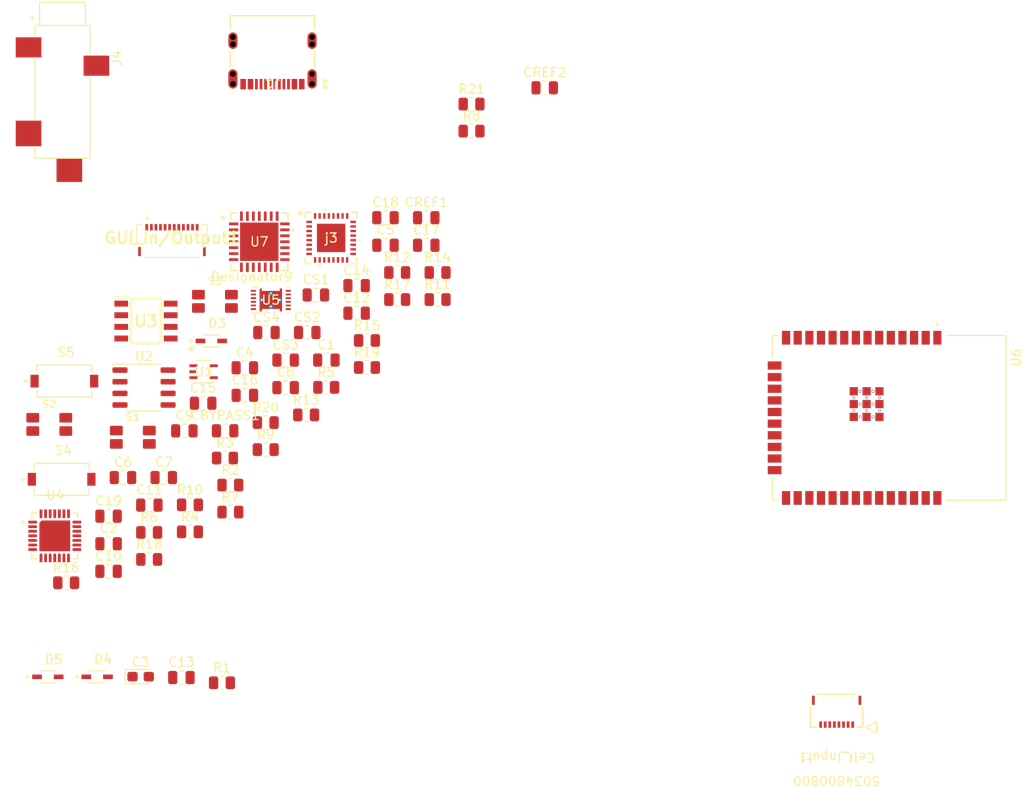
<source format=kicad_pcb>
(kicad_pcb (version 20211014) (generator pcbnew)
  (layers (0 "F.Cu" signal) (31 "B.Cu" signal) (34 "B.Paste" user) (35 "F.Paste" user) (36 "B.SilkS" user "B.Silkscreen") (37 "F.SilkS" user "F.Silkscreen") (38 "B.Mask" user) (39 "F.Mask" user) (44 "Edge.Cuts" user))
  (net 0 "")
  (net 1 "GND")
  (net 2 "Net-(C1-Pad2)")
  (net 3 "+BATT")
  (net 4 "VCC")
  (net 5 "VBUS")
  (net 6 "/HPVDD")
  (net 7 "Net-(C11-Pad2)")
  (net 8 "/HPVSS")
  (net 9 "/EN")
  (net 10 "/IO0_BTN")
  (net 11 "Net-(C19-Pad1)")
  (net 12 "Net-(C19-Pad2)")
  (net 13 "Net-(CBYPASS1-Pad2)")
  (net 14 "/VCS")
  (net 15 "/VCLK")
  (net 16 "/VMOSI")
  (net 17 "/VMISO")
  (net 20 "Net-(CREF1-Pad2)")
  (net 21 "Net-(CS4-Pad2)")
  (net 22 "/D-")
  (net 23 "/D+")
  (net 38 "Net-(J1-PadA5)")
  (net 40 "Net-(J1-PadB5)")
  (net 42 "/SDA")
  (net 43 "/I2S_WS")
  (net 44 "/DOUT")
  (net 45 "/BCLK")
  (net 46 "/MCLK")
  (net 47 "/SCL")
  (net 50 "Net-(SPK2-Pad2)")
  (net 51 "Net-(SPK2-Pad1)")
  (net 52 "Net-(SPK1-Pad1)")
  (net 53 "Net-(SPK1-Pad2)")
  (net 54 "/HPS")
  (net 55 "/HPR")
  (net 56 "/HPL")
  (net 57 "Net-(D1-Pad1)")
  (net 58 "Net-(R1-Pad2)")
  (net 59 "Net-(D2-Pad1)")
  (net 60 "Net-(R3-Pad2)")
  (net 61 "Net-(R6-Pad1)")
  (net 62 "Net-(R7-Pad2)")
  (net 63 "Net-(R8-Pad1)")
  (net 64 "Net-(R10-Pad1)")
  (net 65 "Net-(R11-Pad1)")
  (net 66 "Net-(R12-Pad1)")
  (net 67 "Net-(R13-Pad2)")
  (net 68 "Net-(Q1-Pad1)")
  (net 69 "/DTR")
  (net 70 "/RTS")
  (net 71 "Net-(Q1-Pad2)")
  (net 72 "/TXD0")
  (net 73 "/RXD")
  (net 74 "/RXD0")
  (net 75 "/TXD")
  (net 76 "/PWR_BTN")
  (net 77 "/V+_BTN")
  (net 78 "/V-_BTN")
  (net 105 "/LED_C")
  (net 106 "/HSCLK")
  (net 107 "/HMISO")
  (net 108 "/HMOSI")
  (net 115 "/HCS")
  (net 127 "/BTN_0")
  (net 128 "/BTN_1")
  (net 129 "/BTN_2")
  (net 130 "/BTN_3")
  (footprint "EVQ-P7B01P:EVQ-P7B01P" (layer "F.Cu") (at 65.914887 96.175926)
    (fp_text reference "S1" (at 0 -2.2) (layer "F.SilkS") (effects (font (size 0.787402 0.787402))))
    (fp_text value "EVQ-P7B01P")
    (pad "1" smd roundrect (at -1.8 -0.725) (size 1.4 1.05) (layers "F.Cu" "F.Paste" "F.Mask") (roundrect_rratio 0.13) (net 76 "/PWR_BTN"))
    (pad "1'" smd roundrect (at 1.8 -0.725) (size 1.4 1.05) (layers "F.Cu" "F.Paste" "F.Mask") (roundrect_rratio 0.13) (net 76 "/PWR_BTN"))
    (pad "2" smd roundrect (at -1.8 0.725) (size 1.4 1.05) (layers "F.Cu" "F.Paste" "F.Mask") (roundrect_rratio 0.13) (net 1 "GND"))
    (pad "2'" smd roundrect (at 1.8 0.725) (size 1.4 1.05) (layers "F.Cu" "F.Paste" "F.Mask") (roundrect_rratio 0.13) (net 1 "GND"))
  )
  (footprint "Resistor_SMD:R_0805_2012Metric" (layer "F.Cu") (at 102.882913 59.794734)
    (fp_text reference "R21" (at 0 -1.65) (layer "F.SilkS"))
    (fp_text value "10K")
    (pad "1" smd roundrect (at -0.9125 0) (size 1.025 1.4) (layers "F.Cu" "F.Paste" "F.Mask") (roundrect_rratio 0.243902) (net 4 "VCC"))
    (pad "2" smd roundrect (at 0.9125 0) (size 1.025 1.4) (layers "F.Cu" "F.Paste" "F.Mask") (roundrect_rratio 0.243902) (net 9 "/EN"))
  )
  (footprint "Resistor_SMD:R_0805_2012Metric" (layer "F.Cu") (at 84.829887 93.740926)
    (fp_text reference "R13" (at 0 -1.65) (layer "F.SilkS"))
    (fp_text value "10K")
    (pad "1" smd roundrect (at -0.9125 0) (size 1.025 1.4) (layers "F.Cu" "F.Paste" "F.Mask") (roundrect_rratio 0.243902) (net 1 "GND"))
    (pad "2" smd roundrect (at 0.9125 0) (size 1.025 1.4) (layers "F.Cu" "F.Paste" "F.Mask") (roundrect_rratio 0.243902) (net 67 "Net-(R13-Pad2)"))
  )
  (footprint "Capacitor_SMD:C_0805_2012Metric" (layer "F.Cu") (at 71.215506 122.423234)
    (fp_text reference "C13" (at 0 -1.68) (layer "F.SilkS"))
    (fp_text value "4.7uF")
    (pad "1" smd roundrect (at -0.95 0) (size 1 1.45) (layers "F.Cu" "F.Paste" "F.Mask") (net 1 "GND"))
    (pad "2" smd roundrect (at 0.95 0) (size 1 1.45) (layers "F.Cu" "F.Paste" "F.Mask") (net 4 "VCC"))
  )
  (footprint "Package_SO:SOP-8_3.9x4.9mm_P1.27mm" (layer "F.Cu") (at 67.139887 90.750926)
    (fp_text reference "U2" (at 0 -3.4) (layer "F.SilkS"))
    (fp_text value "TP4056")
    (pad "1" smd roundrect (at -2.625 -1.905) (size 1.65 0.6) (layers "F.Cu" "F.Paste" "F.Mask"))
    (pad "2" smd roundrect (at -2.625 -0.635) (size 1.65 0.6) (layers "F.Cu" "F.Paste" "F.Mask") (net 62 "Net-(R7-Pad2)"))
    (pad "3" smd roundrect (at -2.625 0.635) (size 1.65 0.6) (layers "F.Cu" "F.Paste" "F.Mask") (net 1 "GND"))
    (pad "4" smd roundrect (at -2.625 1.905) (size 1.65 0.6) (layers "F.Cu" "F.Paste" "F.Mask") (net 2 "Net-(C1-Pad2)"))
    (pad "5" smd roundrect (at 2.625 1.905) (size 1.65 0.6) (layers "F.Cu" "F.Paste" "F.Mask") (net 3 "+BATT"))
    (pad "6" smd roundrect (at 2.625 0.635) (size 1.65 0.6) (layers "F.Cu" "F.Paste" "F.Mask") (net 58 "Net-(R1-Pad2)"))
    (pad "7" smd roundrect (at 2.625 -0.635) (size 1.65 0.6) (layers "F.Cu" "F.Paste" "F.Mask") (net 60 "Net-(R3-Pad2)"))
    (pad "8" smd roundrect (at 2.625 -1.905) (size 1.65 0.6) (layers "F.Cu" "F.Paste" "F.Mask") (net 2 "Net-(C1-Pad2)"))
  )
  (footprint "Resistor_SMD:R_0805_2012Metric" (layer "F.Cu") (at 58.639887 112.070926)
    (fp_text reference "R16" (at 0 -1.65) (layer "F.SilkS"))
    (fp_text value "10K")
    (pad "1" smd roundrect (at -0.9125 0) (size 1.025 1.4) (layers "F.Cu" "F.Paste" "F.Mask") (roundrect_rratio 0.243902) (net 70 "/RTS"))
    (pad "2" smd roundrect (at 0.9125 0) (size 1.025 1.4) (layers "F.Cu" "F.Paste" "F.Mask") (roundrect_rratio 0.243902) (net 71 "Net-(Q1-Pad2)"))
  )
  (footprint "Capacitor_SMD:C_0805_2012Metric" (layer "F.Cu") (at 84.949887 84.740926)
    (fp_text reference "CS2" (at 0 -1.68) (layer "F.SilkS"))
    (fp_text value "10uF")
    (pad "1" smd roundrect (at -0.95 0) (size 1 1.45) (layers "F.Cu" "F.Paste" "F.Mask") (net 1 "GND"))
    (pad "2" smd roundrect (at 0.95 0) (size 1 1.45) (layers "F.Cu" "F.Paste" "F.Mask") (net 4 "VCC"))
  )
  (footprint "Resistor_SMD:R_0805_2012Metric" (layer "F.Cu") (at 75.969887 98.450926)
    (fp_text reference "R3" (at 0 -1.65) (layer "F.SilkS"))
    (fp_text value "1k")
    (pad "1" smd roundrect (at -0.9125 0) (size 1.025 1.4) (layers "F.Cu" "F.Paste" "F.Mask") (roundrect_rratio 0.243902) (net 59 "Net-(D2-Pad1)"))
    (pad "2" smd roundrect (at 0.9125 0) (size 1.025 1.4) (layers "F.Cu" "F.Paste" "F.Mask") (roundrect_rratio 0.243902) (net 60 "Net-(R3-Pad2)"))
  )
  (footprint "12402012E212A:12402012E212A_AMP" (layer "F.Cu") (at 81.15567 53.94655 180)
    (fp_text reference "J1" (at 0 -3.6703 180 unlocked) (layer "F.SilkS"))
    (fp_text value "USB_C_Receptacle_USB2.0")
    (fp_text user "*" (at -5.740001 -3.6703) (layer "F.SilkS"))
    (fp_text user "*" (at -5.740001 -3.6703 180 unlocked) (layer "F.SilkS"))
    (pad "" np_thru_hole circle (at -4.32 -3.6464 180) (size 0.6096 0.6096) (drill 0.6096) (layers))
    (pad "" np_thru_hole circle (at 2.889999 -2.6003 180) (size 0.6604 0.6604) (drill 0.6604) (layers *.Cu *.Mask))
    (pad "" np_thru_hole circle (at -4.32 1.473401 180) (size 0.6096 0.6096) (drill 0.6096) (layers))
    (pad "" np_thru_hole circle (at -2.889999 -2.6003 180) (size 0.6604 0.6604) (drill 0.6604) (layers *.Cu *.Mask))
    (pad "" np_thru_hole circle (at -4.32 0.686001 180) (size 0.6096 0.6096) (drill 0.6096) (layers))
    (pad "" np_thru_hole circle (at 4.32 1.473401 180) (size 0.6096 0.6096) (drill 0.6096) (layers))
    (pad "" np_thru_hole circle (at 4.32 -3.6464 180) (size 0.6096 0.6096) (drill 0.6096) (layers))
    (pad "" np_thru_hole circle (at 4.32 -2.5542 180) (size 0.6096 0.6096) (drill 0.6096) (layers))
    (pad "" np_thru_hole circle (at -4.32 -2.5542 180) (size 0.6096 0.6096) (drill 0.6096) (layers))
    (pad "" np_thru_hole circle (at 4.32 0.686001 180) (size 0.6096 0.6096) (drill 0.6096) (layers))
    (pad "13" smd oval (at -4.32 -3.1003 180) (size 0.9906 2.1082) (layers "F.Cu" "F.Paste" "F.Mask"))
    (pad "14" smd oval (at 4.32 -3.1003 180) (size 0.9906 2.1082) (layers "F.Cu" "F.Paste" "F.Mask"))
    (pad "15" smd oval (at -4.32 1.079701 180) (size 0.9906 1.8034) (layers "F.Cu" "F.Paste" "F.Mask"))
    (pad "16" smd oval (at 4.32 1.079701 180) (size 0.9906 1.8034) (layers "F.Cu" "F.Paste" "F.Mask"))
    (pad "A1-B12" smd rect (at -3.200001 -3.6703 180) (size 0.6096 1.143) (layers "F.Cu" "F.Paste" "F.Mask"))
    (pad "A4-B9" smd rect (at -2.4 -3.6703 180) (size 0.6096 1.143) (layers "F.Cu" "F.Paste" "F.Mask"))
    (pad "A5" smd rect (at -1.25 -3.6703 180) (size 0.3048 1.143) (layers "F.Cu" "F.Paste" "F.Mask") (net 38 "Net-(J1-PadA5)"))
    (pad "A6" smd rect (at -0.25 -3.6703 180) (size 0.3048 1.143) (layers "F.Cu" "F.Paste" "F.Mask") (net 23 "/D+"))
    (pad "A7" smd rect (at 0.25 -3.6703 180) (size 0.3048 1.143) (layers "F.Cu" "F.Paste" "F.Mask") (net 22 "/D-"))
    (pad "A8" smd rect (at 1.25 -3.6703 180) (size 0.3048 1.143) (layers "F.Cu" "F.Paste" "F.Mask"))
    (pad "B1-A12" smd rect (at 3.199999 -3.6703 180) (size 0.6096 1.143) (layers "F.Cu" "F.Paste" "F.Mask"))
    (pad "B4-A9" smd rect (at 2.4 -3.6703 180) (size 0.6096 1.143) (layers "F.Cu" "F.Paste" "F.Mask"))
    (pad "B5" smd rect (at 1.749999 -3.6703 180) (size 0.3048 1.143) (layers "F.Cu" "F.Paste" "F.Mask") (net 40 "Net-(J1-PadB5)"))
    (pad "B6" smd rect (at 0.750001 -3.6703 180) (size 0.3048 1.143) (layers "F.Cu" "F.Paste" "F.Mask") (net 23 "/D+"))
    (pad "B7" smd rect (at -0.750001 -3.6703 180) (size 0.3048 1.143) (layers "F.Cu" "F.Paste" "F.Mask") (net 22 "/D-"))
    (pad "B8" smd rect (at -1.749999 -3.6703 180) (size 0.3048 1.143) (layers "F.Cu" "F.Paste" "F.Mask"))
  )
  (footprint "PTS636_SM43J_SMTR_LFS:SW_PTS636_SM43J_SMTR_LFS" (layer "F.Cu") (at 58.444887 90.050926)
    (fp_text reference "S5" (at 0.175 -3.135) (layer "F.SilkS"))
    (fp_text value "PTS636")
    (pad "1" smd rect (at -3.25 0) (size 0.9 1.4) (layers "F.Cu" "F.Paste" "F.Mask") (net 10 "/IO0_BTN"))
    (pad "2" smd rect (at 3.25 0) (size 0.9 1.4) (layers "F.Cu" "F.Paste" "F.Mask") (net 1 "GND"))
  )
  (footprint "Capacitor_SMD:C_0805_2012Metric" (layer "F.Cu") (at 69.289887 100.580926)
    (fp_text reference "C7" (at 0 -1.68) (layer "F.SilkS"))
    (fp_text value "470uF")
    (pad "1" smd roundrect (at -0.95 0) (size 1 1.45) (layers "F.Cu" "F.Paste" "F.Mask") (net 1 "GND"))
    (pad "2" smd roundrect (at 0.95 0) (size 1 1.45) (layers "F.Cu" "F.Paste" "F.Mask") (net 6 "/HPVDD"))
  )
  (footprint "Resistor_SMD:R_0805_2012Metric" (layer "F.Cu") (at 87.019887 90.730926)
    (fp_text reference "R5" (at 0 -1.65) (layer "F.SilkS"))
    (fp_text value "5.1K")
    (pad "1" smd roundrect (at -0.9125 0) (size 1.025 1.4) (layers "F.Cu" "F.Paste" "F.Mask") (roundrect_rratio 0.243902) (net 1 "GND"))
    (pad "2" smd roundrect (at 0.9125 0) (size 1.025 1.4) (layers "F.Cu" "F.Paste" "F.Mask") (roundrect_rratio 0.243902) (net 38 "Net-(J1-PadA5)"))
  )
  (footprint "Capacitor_SMD:C_0805_2012Metric" (layer "F.Cu") (at 110.868787 58.014773)
    (fp_text reference "CREF2" (at 0 -1.68) (layer "F.SilkS"))
    (fp_text value "0.1uF")
    (pad "1" smd roundrect (at -0.95 0) (size 1 1.45) (layers "F.Cu" "F.Paste" "F.Mask") (net 1 "GND"))
    (pad "2" smd roundrect (at 0.95 0) (size 1 1.45) (layers "F.Cu" "F.Paste" "F.Mask") (net 20 "Net-(CREF1-Pad2)"))
  )
  (footprint "SJ-3524-SMT-BE:CUI_SJ-3524-SMT-BE" (layer "F.Cu") (at 58.23807 54.701901 -90)
    (fp_text reference "J4" (at 0.07501 -5.93537 90) (layer "F.SilkS") (effects (font (size 1.000063 1.000063))))
    (fp_text value "SJ-3524-SMT-BE")
    (pad "" np_thru_hole circle (at 0 0 270) (size 1.7 1.7) (drill 1.7) (layers *.Cu *.Mask))
    (pad "" np_thru_hole circle (at 7 0 270) (size 1.7 1.7) (drill 1.7) (layers *.Cu *.Mask))
    (pad "1" smd rect (at -1.1 3.7 270) (size 2.2 2.8) (layers "F.Cu" "F.Paste" "F.Mask") (net 1 "GND"))
    (pad "2" smd rect (at 8.3 3.7 270) (size 2.8 2.8) (layers "F.Cu" "F.Paste" "F.Mask") (net 56 "/HPL"))
    (pad "3" smd rect (at 0.9 -3.7 270) (size 2.2 2.8) (layers "F.Cu" "F.Paste" "F.Mask") (net 55 "/HPR"))
    (pad "4" smd rect (at 12.3 -0.75 270) (size 2.6 2.8) (layers "F.Cu" "F.Paste" "F.Mask") (net 54 "/HPS"))
  )
  (footprint "Capacitor_SMD:C_0805_2012Metric" (layer "F.Cu") (at 90.339887 79.620926)
    (fp_text reference "C14" (at 0 -1.68) (layer "F.SilkS"))
    (fp_text value "2.2uF")
    (pad "1" smd roundrect (at -0.95 0) (size 1 1.45) (layers "F.Cu" "F.Paste" "F.Mask") (net 1 "GND"))
    (pad "2" smd roundrect (at 0.95 0) (size 1 1.45) (layers "F.Cu" "F.Paste" "F.Mask") (net 4 "VCC"))
  )
  (footprint "Resistor_SMD:R_0805_2012Metric" (layer "F.Cu") (at 94.769887 78.190926)
    (fp_text reference "R12" (at 0 -1.65) (layer "F.SilkS"))
    (fp_text value "10K")
    (pad "1" smd roundrect (at -0.9125 0) (size 1.025 1.4) (layers "F.Cu" "F.Paste" "F.Mask") (roundrect_rratio 0.243902) (net 66 "Net-(R12-Pad1)"))
    (pad "2" smd roundrect (at 0.9125 0) (size 1.025 1.4) (layers "F.Cu" "F.Paste" "F.Mask") (roundrect_rratio 0.243902) (net 4 "VCC"))
  )
  (footprint "Resistor_SMD:R_0805_2012Metric" (layer "F.Cu") (at 75.645506 122.993234)
    (fp_text reference "R1" (at 0 -1.65) (layer "F.SilkS"))
    (fp_text value "1k")
    (pad "1" smd roundrect (at -0.9125 0) (size 1.025 1.4) (layers "F.Cu" "F.Paste" "F.Mask") (roundrect_rratio 0.243902) (net 57 "Net-(D1-Pad1)"))
    (pad "2" smd roundrect (at 0.9125 0) (size 1.025 1.4) (layers "F.Cu" "F.Paste" "F.Mask") (roundrect_rratio 0.243902) (net 58 "Net-(R1-Pad2)"))
  )
  (footprint "MCP23017_E_ML:QFN28_6x6MC_MCH" (layer "F.Cu") (at 79.717087 74.828126)
    (fp_text reference "U7" (at 0 0 unlocked) (layer "F.SilkS"))
    (fp_text value "MCP23017-E/ML")
    (fp_text user "*" (at -3.937 -2.275) (layer "F.SilkS"))
    (fp_text user "*" (at -3.937 -2.275 unlocked) (layer "F.SilkS"))
    (pad "1" smd rect (at -2.794 -1.950001 90) (size 0.3048 1.016) (layers "F.Cu" "F.Paste" "F.Mask"))
    (pad "2" smd rect (at -2.794 -1.3 90) (size 0.3048 1.016) (layers "F.Cu" "F.Paste" "F.Mask"))
    (pad "3" smd rect (at -2.794 -0.649999 90) (size 0.3048 1.016) (layers "F.Cu" "F.Paste" "F.Mask"))
    (pad "4" smd rect (at -2.794 0 90) (size 0.3048 1.016) (layers "F.Cu" "F.Paste" "F.Mask"))
    (pad "5" smd rect (at -2.794 0.649999 90) (size 0.3048 1.016) (layers "F.Cu" "F.Paste" "F.Mask") (net 4 "VCC"))
    (pad "6" smd rect (at -2.794 1.3 90) (size 0.3048 1.016) (layers "F.Cu" "F.Paste" "F.Mask") (net 1 "GND"))
    (pad "7" smd rect (at -2.794 1.949999 90) (size 0.3048 1.016) (layers "F.Cu" "F.Paste" "F.Mask"))
    (pad "8" smd rect (at -1.950001 2.794) (size 0.3048 1.016) (layers "F.Cu" "F.Paste" "F.Mask") (net 47 "/SCL"))
    (pad "9" smd rect (at -1.3 2.794) (size 0.3048 1.016) (layers "F.Cu" "F.Paste" "F.Mask") (net 42 "/SDA"))
    (pad "10" smd rect (at -0.650001 2.794) (size 0.3048 1.016) (layers "F.Cu" "F.Paste" "F.Mask"))
    (pad "11" smd rect (at 0 2.794) (size 0.3048 1.016) (layers "F.Cu" "F.Paste" "F.Mask") (net 1 "GND"))
    (pad "12" smd rect (at 0.649999 2.794) (size 0.3048 1.016) (layers "F.Cu" "F.Paste" "F.Mask") (net 1 "GND"))
    (pad "13" smd rect (at 1.3 2.794) (size 0.3048 1.016) (layers "F.Cu" "F.Paste" "F.Mask") (net 1 "GND"))
    (pad "14" smd rect (at 1.949999 2.794) (size 0.3048 1.016) (layers "F.Cu" "F.Paste" "F.Mask") (net 4 "VCC"))
    (pad "15" smd rect (at 2.794 1.950001 90) (size 0.3048 1.016) (layers "F.Cu" "F.Paste" "F.Mask"))
    (pad "16" smd rect (at 2.794 1.3 90) (size 0.3048 1.016) (layers "F.Cu" "F.Paste" "F.Mask"))
    (pad "17" smd rect (at 2.794 0.650001 90) (size 0.3048 1.016) (layers "F.Cu" "F.Paste" "F.Mask") (net 127 "/BTN_0"))
    (pad "18" smd rect (at 2.794 0 90) (size 0.3048 1.016) (layers "F.Cu" "F.Paste" "F.Mask") (net 128 "/BTN_1"))
    (pad "19" smd rect (at 2.794 -0.649999 90) (size 0.3048 1.016) (layers "F.Cu" "F.Paste" "F.Mask") (net 129 "/BTN_2"))
    (pad "20" smd rect (at 2.794 -1.3 90) (size 0.3048 1.016) (layers "F.Cu" "F.Paste" "F.Mask") (net 130 "/BTN_3"))
    (pad "21" smd rect (at 2.794 -1.949999 90) (size 0.3048 1.016) (layers "F.Cu" "F.Paste" "F.Mask") (net 77 "/V+_BTN"))
    (pad "22" smd rect (at 1.950001 -2.794) (size 0.3048 1.016) (layers "F.Cu" "F.Paste" "F.Mask") (net 78 "/V-_BTN"))
    (pad "23" smd rect (at 1.3 -2.794) (size 0.3048 1.016) (layers "F.Cu" "F.Paste" "F.Mask"))
    (pad "24" smd rect (at 0.650001 -2.794) (size 0.3048 1.016) (layers "F.Cu" "F.Paste" "F.Mask"))
    (pad "25" smd rect (at 0 -2.794) (size 0.3048 1.016) (layers "F.Cu" "F.Paste" "F.Mask"))
    (pad "26" smd rect (at -0.649999 -2.794) (size 0.3048 1.016) (layers "F.Cu" "F.Paste" "F.Mask"))
    (pad "27" smd rect (at -1.3 -2.794) (size 0.3048 1.016) (layers "F.Cu" "F.Paste" "F.Mask"))
    (pad "28" smd rect (at -1.949999 -2.794) (size 0.3048 1.016) (layers "F.Cu" "F.Paste" "F.Mask"))
    (pad "29" smd rect (at 0 0) (size 4.191 4.191) (layers "F.Cu" "F.Mask") (net 1 "GND"))
  )
  (footprint "Resistor_SMD:R_0805_2012Metric" (layer "F.Cu") (at 67.699887 106.570926)
    (fp_text reference "R6" (at 0 -1.65) (layer "F.SilkS"))
    (fp_text value "100K")
    (pad "1" smd roundrect (at -0.9125 0) (size 1.025 1.4) (layers "F.Cu" "F.Paste" "F.Mask") (roundrect_rratio 0.243902) (net 61 "Net-(R6-Pad1)"))
    (pad "2" smd roundrect (at 0.9125 0) (size 1.025 1.4) (layers "F.Cu" "F.Paste" "F.Mask") (roundrect_rratio 0.243902) (net 3 "+BATT"))
  )
  (footprint "ESP32-WROOM-32E__16MB_:XCVR_ESP32-WROOM-32E_(16MB)" (layer "F.Cu") (at 148.461651 94.058205 -90)
    (fp_text reference "U6" (at -6.575 -13.885 90) (layer "F.SilkS"))
    (fp_text value "ESP32-WROOM-32E_(16MB)")
    (pad "1" smd rect (at -8.75 -5.26 270) (size 1.5 0.9) (layers "F.Cu" "F.Paste" "F.Mask") (net 1 "GND"))
    (pad "2" smd rect (at -8.75 -3.99 270) (size 1.5 0.9) (layers "F.Cu" "F.Paste" "F.Mask") (net 4 "VCC"))
    (pad "3" smd rect (at -8.75 -2.72 270) (size 1.5 0.9) (layers "F.Cu" "F.Paste" "F.Mask") (net 4 "VCC"))
    (pad "4" smd rect (at -8.75 -1.45 270) (size 1.5 0.9) (layers "F.Cu" "F.Paste" "F.Mask"))
    (pad "5" smd rect (at -8.75 -0.18 270) (size 1.5 0.9) (layers "F.Cu" "F.Paste" "F.Mask"))
    (pad "6" smd rect (at -8.75 1.09 270) (size 1.5 0.9) (layers "F.Cu" "F.Paste" "F.Mask"))
    (pad "7" smd rect (at -8.75 2.36 270) (size 1.5 0.9) (layers "F.Cu" "F.Paste" "F.Mask"))
    (pad "8" smd rect (at -8.75 3.63 270) (size 1.5 0.9) (layers "F.Cu" "F.Paste" "F.Mask"))
    (pad "9" smd rect (at -8.75 4.9 270) (size 1.5 0.9) (layers "F.Cu" "F.Paste" "F.Mask") (net 105 "/LED_C"))
    (pad "10" smd rect (at -8.75 6.17 270) (size 1.5 0.9) (layers "F.Cu" "F.Paste" "F.Mask") (net 44 "/DOUT"))
    (pad "11" smd rect (at -8.75 7.44 270) (size 1.5 0.9) (layers "F.Cu" "F.Paste" "F.Mask") (net 43 "/I2S_WS"))
    (pad "12" smd rect (at -8.75 8.71 270) (size 1.5 0.9) (layers "F.Cu" "F.Paste" "F.Mask") (net 45 "/BCLK"))
    (pad "13" smd rect (at -8.75 9.98 270) (size 1.5 0.9) (layers "F.Cu" "F.Paste" "F.Mask") (net 106 "/HSCLK"))
    (pad "14" smd rect (at -8.75 11.25 270) (size 1.5 0.9) (layers "F.Cu" "F.Paste" "F.Mask") (net 107 "/HMISO"))
    (pad "15" smd rect (at -5.715 12.5 270) (size 0.9 1.5) (layers "F.Cu" "F.Paste" "F.Mask") (net 1 "GND"))
    (pad "16" smd rect (at -4.445 12.5 270) (size 0.9 1.5) (layers "F.Cu" "F.Paste" "F.Mask") (net 108 "/HMOSI"))
    (pad "17" smd rect (at -3.175 12.5 270) (size 0.9 1.5) (layers "F.Cu" "F.Paste" "F.Mask"))
    (pad "18" smd rect (at -1.905 12.5 270) (size 0.9 1.5) (layers "F.Cu" "F.Paste" "F.Mask"))
    (pad "19" smd rect (at -0.635 12.5 270) (size 0.9 1.5) (layers "F.Cu" "F.Paste" "F.Mask"))
    (pad "20" smd rect (at 0.635 12.5 270) (size 0.9 1.5) (layers "F.Cu" "F.Paste" "F.Mask"))
    (pad "21" smd rect (at 1.905 12.5 270) (size 0.9 1.5) (layers "F.Cu" "F.Paste" "F.Mask"))
    (pad "22" smd rect (at 3.175 12.5 270) (size 0.9 1.5) (layers "F.Cu" "F.Paste" "F.Mask"))
    (pad "23" smd rect (at 4.445 12.5 270) (size 0.9 1.5) (layers "F.Cu" "F.Paste" "F.Mask") (net 115 "/HCS"))
    (pad "24" smd rect (at 5.715 12.5 270) (size 0.9 1.5) (layers "F.Cu" "F.Paste" "F.Mask") (net 76 "/PWR_BTN"))
    (pad "25" smd rect (at 8.75 11.25 270) (size 1.5 0.9) (layers "F.Cu" "F.Paste" "F.Mask") (net 10 "/IO0_BTN"))
    (pad "26" smd rect (at 8.75 9.98 270) (size 1.5 0.9) (layers "F.Cu" "F.Paste" "F.Mask"))
    (pad "27" smd rect (at 8.75 8.71 270) (size 1.5 0.9) (layers "F.Cu" "F.Paste" "F.Mask") (net 74 "/RXD0"))
    (pad "28" smd rect (at 8.75 7.44 270) (size 1.5 0.9) (layers "F.Cu" "F.Paste" "F.Mask") (net 72 "/TXD0"))
    (pad "29" smd rect (at 8.75 6.17 270) (size 1.5 0.9) (layers "F.Cu" "F.Paste" "F.Mask") (net 14 "/VCS"))
    (pad "30" smd rect (at 8.75 4.9 270) (size 1.5 0.9) (layers "F.Cu" "F.Paste" "F.Mask") (net 15 "/VCLK"))
    (pad "31" smd rect (at 8.75 3.63 270) (size 1.5 0.9) (layers "F.Cu" "F.Paste" "F.Mask") (net 17 "/VMISO"))
    (pad "32" smd rect (at 8.75 2.36 270) (size 1.5 0.9) (layers "F.Cu" "F.Paste" "F.Mask"))
    (pad "33" smd rect (at 8.75 1.09 270) (size 1.5 0.9) (layers "F.Cu" "F.Paste" "F.Mask") (net 42 "/SDA"))
    (pad "34" smd rect (at 8.75 -0.18 270) (size 1.5 0.9) (layers "F.Cu" "F.Paste" "F.Mask"))
    (pad "35" smd rect (at 8.75 -1.45 270) (size 1.5 0.9) (layers "F.Cu" "F.Paste" "F.Mask") (net 46 "/MCLK"))
    (pad "36" smd rect (at 8.75 -2.72 270) (size 1.5 0.9) (layers "F.Cu" "F.Paste" "F.Mask") (net 47 "/SCL"))
    (pad "37" smd rect (at 8.75 -3.99 270) (size 1.5 0.9) (layers "F.Cu" "F.Paste" "F.Mask") (net 16 "/VMOSI"))
    (pad "38" smd rect (at 8.75 -5.26 270) (size 1.5 0.9) (layers "F.Cu" "F.Paste" "F.Mask") (net 1 "GND"))
    (pad "39_1" smd rect (at -2.9 1.06 270) (size 0.9 0.9) (layers "F.Cu" "F.Paste" "F.Mask") (net 1 "GND"))
    (pad "39_2" smd rect (at -1.5 1.06 270) (size 0.9 0.9) (layers "F.Cu" "F.Paste" "F.Mask") (net 1 "GND"))
    (pad "39_3" smd rect (at -0.1 1.06 270) (size 0.9 0.9) (layers "F.Cu" "F.Paste" "F.Mask") (net 1 "GND"))
    (pad "39_4" smd rect (at -2.9 2.46 270) (size 0.9 0.9) (layers "F.Cu" "F.Paste" "F.Mask") (net 1 "GND"))
    (pad "39_5" smd rect (at -1.5 2.46 270) (size 0.9 0.9) (layers "F.Cu" "F.Paste" "F.Mask") (net 1 "GND"))
    (pad "39_6" smd rect (at -0.1 2.46 270) (size 0.9 0.9) (layers "F.Cu" "F.Paste" "F.Mask") (net 1 "GND"))
    (pad "39_7" smd rect (at -2.9 3.86 270) (size 0.9 0.9) (layers "F.Cu" "F.Paste" "F.Mask") (net 1 "GND"))
    (pad "39_8" smd rect (at -1.5 3.86 270) (size 0.9 0.9) (layers "F.Cu" "F.Paste" "F.Mask") (net 1 "GND"))
    (pad "39_9" smd rect (at -0.1 3.86 270) (size 0.9 0.9) (layers "F.Cu" "F.Paste" "F.Mask") (net 1 "GND"))
    (pad "39_10" thru_hole circle (at -2.2 1.06 270) (size 0.3 0.3) (drill 0.2) (layers *.Cu))
    (pad "39_11" thru_hole circle (at -0.8 1.06 270) (size 0.3 0.3) (drill 0.2) (layers *.Cu))
    (pad "39_12" thru_hole circle (at -2.9 1.76 270) (size 0.3 0.3) (drill 0.2) (layers *.Cu))
    (pad "39_13" thru_hole circle (at -1.5 1.76 270) (size 0.3 0.3) (drill 0.2) (layers *.Cu))
    (pad "39_14" thru_hole circle (at -0.1 1.76 270) (size 0.3 0.3) (drill 0.2) (layers *.Cu))
    (pad "39_15" thru_hole circle (at -2.2 2.46 270) (size 0.3 0.3) (drill 0.2) (layers *.Cu))
    (pad "39_16" thru_hole circle (at -0.8 2.46 270) (size 0.3 0.3) (drill 0.2) (layers *.Cu))
    (pad "39_17" thru_hole circle (at -2.9 3.16 270) (size 0.3 0.3) (drill 0.2) (layers *.Cu))
    (pad "39_18" thru_hole circle (at -1.5 3.16 270) (size 0.3 0.3) (drill 0.2) (layers *.Cu))
    (pad "39_19" thru_hole circle (at -0.1 3.16 270) (size 0.3 0.3) (drill 0.2) (layers *.Cu))
    (pad "39_20" thru_hole circle (at -2.2 3.86 270) (size 0.3 0.3) (drill 0.2) (layers *.Cu))
    (pad "39_21" thru_hole circle (at -0.8 3.86 270) (size 0.3 0.3) (drill 0.2) (layers *.Cu))
  )
  (footprint "CDSOD323-T05LC:SOD2513X114N" (layer "F.Cu") (at 62.020506 122.343234)
    (fp_text reference "D4" (at 0.635 -1.905) (layer "F.SilkS"))
    (fp_text value "CDSOD323-T05LC")
    (pad "1" smd roundrect (at -1.18 0) (size 1.06 0.5) (layers "F.Cu" "F.Paste" "F.Mask") (roundrect_rratio 0.06) (net 22 "/D-"))
    (pad "2" smd roundrect (at 1.18 0) (size 1.06 0.5) (layers "F.Cu" "F.Paste" "F.Mask") (roundrect_rratio 0.06) (net 1 "GND"))
  )
  (footprint "EVQ-P7B01P:EVQ-P7B01P" (layer "F.Cu") (at 74.874887 81.335926)
    (fp_text reference "S3" (at 0 -2.2) (layer "F.SilkS") (effects (font (size 0.787402 0.787402))))
    (fp_text value "EVQ-P7B01P")
    (pad "1" smd roundrect (at -1.8 -0.725) (size 1.4 1.05) (layers "F.Cu" "F.Paste" "F.Mask") (roundrect_rratio 0.13) (net 78 "/V-_BTN"))
    (pad "1'" smd roundrect (at 1.8 -0.725) (size 1.4 1.05) (layers "F.Cu" "F.Paste" "F.Mask") (roundrect_rratio 0.13) (net 78 "/V-_BTN"))
    (pad "2" smd roundrect (at -1.8 0.725) (size 1.4 1.05) (layers "F.Cu" "F.Paste" "F.Mask") (roundrect_rratio 0.13) (net 1 "GND"))
    (pad "2'" smd roundrect (at 1.8 0.725) (size 1.4 1.05) (layers "F.Cu" "F.Paste" "F.Mask") (roundrect_rratio 0.13) (net 1 "GND"))
  )
  (footprint "Capacitor_SMD:C_0805_2012Metric" (layer "F.Cu") (at 90.339887 82.630926)
    (fp_text reference "C12" (at 0 -1.68) (layer "F.SilkS"))
    (fp_text value "100nF")
    (pad "1" smd roundrect (at -0.95 0) (size 1 1.45) (layers "F.Cu" "F.Paste" "F.Mask") (net 1 "GND"))
    (pad "2" smd roundrect (at 0.95 0) (size 1 1.45) (layers "F.Cu" "F.Paste" "F.Mask") (net 4 "VCC"))
  )
  (footprint "AP7217A:SOIC127P600X175-8N" (layer "F.Cu") (at 67.349887 83.490926)
    (fp_text reference "U3" (at 0 0) (layer "F.SilkS") (effects (font (size 1.27 1.27) (thickness 0.254))))
    (fp_text value "AP7217A" hide)
    (pad "1" smd rect (at -2.7 -1.905 90) (size 0.65 1.5) (layers "F.Cu" "F.Paste" "F.Mask"))
    (pad "2" smd rect (at -2.7 -0.635 90) (size 0.65 1.5) (layers "F.Cu" "F.Paste" "F.Mask"))
    (pad "3" smd rect (at -2.7 0.635 90) (size 0.65 1.5) (layers "F.Cu" "F.Paste" "F.Mask"))
    (pad "4" smd rect (at -2.7 1.905 90) (size 0.65 1.5) (layers "F.Cu" "F.Paste" "F.Mask"))
    (pad "5" smd rect (at 2.7 1.905 90) (size 0.65 1.5) (layers "F.Cu" "F.Paste" "F.Mask"))
    (pad "6" smd rect (at 2.7 0.635 90) (size 0.65 1.5) (layers "F.Cu" "F.Paste" "F.Mask"))
    (pad "7" smd rect (at 2.7 -0.635 90) (size 0.65 1.5) (layers "F.Cu" "F.Paste" "F.Mask"))
    (pad "8" smd rect (at 2.7 -1.905 90) (size 0.65 1.5) (layers "F.Cu" "F.Paste" "F.Mask"))
  )
  (footprint "Capacitor_SMD:C_0805_2012Metric" (layer "F.Cu") (at 73.589887 92.460926)
    (fp_text reference "C15" (at 0 -1.68) (layer "F.SilkS"))
    (fp_text value "0.1uF")
    (pad "1" smd roundrect (at -0.95 0) (size 1 1.45) (layers "F.Cu" "F.Paste" "F.Mask") (net 1 "GND"))
    (pad "2" smd roundrect (at 0.95 0) (size 1 1.45) (layers "F.Cu" "F.Paste" "F.Mask") (net 4 "VCC"))
  )
  (footprint "Resistor_SMD:R_0805_2012Metric" (layer "F.Cu") (at 76.559887 104.350926)
    (fp_text reference "R7" (at 0 -1.65) (layer "F.SilkS"))
    (fp_text value "2k")
    (pad "1" smd roundrect (at -0.9125 0) (size 1.025 1.4) (layers "F.Cu" "F.Paste" "F.Mask") (roundrect_rratio 0.243902) (net 1 "GND"))
    (pad "2" smd roundrect (at 0.9125 0) (size 1.025 1.4) (layers "F.Cu" "F.Paste" "F.Mask") (roundrect_rratio 0.243902) (net 62 "Net-(R7-Pad2)"))
  )
  (footprint "Capacitor_SMD:C_0805_2012Metric" (layer "F.Cu") (at 82.589887 90.760926)
    (fp_text reference "C8" (at 0 -1.68) (layer "F.SilkS"))
    (fp_text value "1uF")
    (pad "1" smd roundrect (at -0.95 0) (size 1 1.45) (layers "F.Cu" "F.Paste" "F.Mask") (net 1 "GND"))
    (pad "2" smd roundrect (at 0.95 0) (size 1 1.45) (layers "F.Cu" "F.Paste" "F.Mask") (net 3 "+BATT"))
  )
  (footprint "Capacitor_SMD:C_0805_2012Metric" (layer "F.Cu") (at 93.489887 75.210926)
    (fp_text reference "C5" (at 0 -1.68) (layer "F.SilkS"))
    (fp_text value "100nF")
    (pad "1" smd roundrect (at -0.95 0) (size 1 1.45) (layers "F.Cu" "F.Paste" "F.Mask") (net 1 "GND"))
    (pad "2" smd roundrect (at 0.95 0) (size 1 1.45) (layers "F.Cu" "F.Paste" "F.Mask") (net 5 "VBUS"))
  )
  (footprint "Capacitor_SMD:C_0805_2012Metric" (layer "F.Cu") (at 78.139887 88.590926)
    (fp_text reference "C4" (at 0 -1.68) (layer "F.SilkS"))
    (fp_text value "1uF")
    (pad "1" smd roundrect (at -0.95 0) (size 1 1.45) (layers "F.Cu" "F.Paste" "F.Mask") (net 1 "GND"))
    (pad "2" smd roundrect (at 0.95 0) (size 1 1.45) (layers "F.Cu" "F.Paste" "F.Mask") (net 3 "+BATT"))
  )
  (footprint "BQ27441DRZR_G1A:Copy of DRZ0012A" (layer "F.Cu") (at 80.974888 81.185926)
    (fp_text reference "U5" (at 0 0 unlocked) (layer "F.SilkS"))
    (fp_text value "BQ27441DRZR-G1A")
    (fp_text user "Designator9" (at -2.0828 -2.5654 unlocked) (layer "F.SilkS"))
    (fp_poly (pts (xy -1.224999 1.250003) (xy -1.224999 -1.25) (xy -0.974999 -1.25) (xy -0.974999 -0.974999) (xy 0.974999 -0.974999) (xy 0.974999 -1.25) (xy 1.224999 -1.25) (xy 1.224999 1.25) (xy 0.974999 1.25) (xy 0.974999 0.974994) (xy -0.974999 0.974994) (xy -0.974999 1.249997)) (layer "F.Cu") (width 0) (fill solid))
    (pad "1" smd oval (at -1.899999 -1.000001 90) (size 0.2 0.599999) (layers "F.Cu" "F.Paste" "F.Mask") (net 42 "/SDA"))
    (pad "2" smd oval (at -1.899999 -0.600001 90) (size 0.2 0.599999) (layers "F.Cu" "F.Paste" "F.Mask") (net 47 "/SCL"))
    (pad "3" smd oval (at -1.899999 -0.200002 90) (size 0.2 0.599999) (layers "F.Cu" "F.Paste" "F.Mask") (net 1 "GND"))
    (pad "4" smd oval (at -1.899999 0.2 90) (size 0.2 0.599999) (layers "F.Cu" "F.Paste" "F.Mask"))
    (pad "5" smd oval (at -1.899999 0.599999 90) (size 0.2 0.599999) (layers "F.Cu" "F.Paste" "F.Mask") (net 7 "Net-(C11-Pad2)"))
    (pad "6" smd oval (at -1.899999 0.999998 90) (size 0.2 0.599999) (layers "F.Cu" "F.Paste" "F.Mask") (net 3 "+BATT"))
    (pad "7" smd oval (at 1.899999 0.999998 90) (size 0.2 0.599999) (layers "F.Cu" "F.Paste" "F.Mask") (net 3 "+BATT"))
    (pad "8" smd oval (at 1.899999 0.599999 90) (size 0.2 0.599999) (layers "F.Cu" "F.Paste" "F.Mask") (net 3 "+BATT"))
    (pad "9" smd oval (at 1.899999 0.2 90) (size 0.2 0.599999) (layers "F.Cu" "F.Paste" "F.Mask"))
    (pad "10" smd oval (at 1.899999 -0.200002 90) (size 0.2 0.599999) (layers "F.Cu" "F.Paste" "F.Mask") (net 65 "Net-(R11-Pad1)"))
    (pad "11" smd oval (at 1.899999 -0.600001 90) (size 0.2 0.599999) (layers "F.Cu" "F.Paste" "F.Mask"))
    (pad "12" smd oval (at 1.899999 -1.000001 90) (size 0.2 0.599999) (layers "F.Cu" "F.Paste" "F.Mask") (net 66 "Net-(R12-Pad1)"))
    (pad "13" smd rect (at 0 -0.000003) (size 2.45 1.950001) (layers "F.Cu" "F.Paste" "F.Mask") (net 1 "GND"))
    (pad "V" thru_hole circle (at 0.974999 0) (size 0.499999 0.499999) (drill 0.2032) (layers *.Cu *.Mask))
    (pad "V" thru_hole circle (at 0 -0.725) (size 0.499999 0.499999) (drill 0.2032) (layers *.Cu *.Mask))
    (pad "V" thru_hole circle (at 0 0.725) (size 0.499999 0.499999) (drill 0.2032) (layers *.Cu *.Mask))
    (pad "V" thru_hole circle (at -0.974999 0) (size 0.499999 0.499999) (drill 0.2032) (layers *.Cu *.Mask))
  )
  (footprint "Capacitor_SMD:C_0805_2012Metric" (layer "F.Cu") (at 93.489887 72.200926)
    (fp_text reference "C18" (at 0 -1.68) (layer "F.SilkS"))
    (fp_text value "100nF")
    (pad "1" smd roundrect (at -0.95 0) (size 1 1.45) (layers "F.Cu" "F.Paste" "F.Mask") (net 1 "GND"))
    (pad "2" smd roundrect (at 0.95 0) (size 1 1.45) (layers "F.Cu" "F.Paste" "F.Mask") (net 10 "/IO0_BTN"))
  )
  (footprint "Resistor_SMD:R_0805_2012Metric" (layer "F.Cu") (at 67.699887 109.520926)
    (fp_text reference "R18" (at 0 -1.65) (layer "F.SilkS"))
    (fp_text value "10K")
    (pad "1" smd roundrect (at -0.9125 0) (size 1.025 1.4) (layers "F.Cu" "F.Paste" "F.Mask") (roundrect_rratio 0.243902) (net 74 "/RXD0"))
    (pad "2" smd roundrect (at 0.9125 0) (size 1.025 1.4) (layers "F.Cu" "F.Paste" "F.Mask") (roundrect_rratio 0.243902) (net 75 "/TXD"))
  )
  (footprint "Resistor_SMD:R_0805_2012Metric" (layer "F.Cu") (at 91.469887 85.610926)
    (fp_text reference "R15" (at 0 -1.65) (layer "F.SilkS"))
    (fp_text value "10K")
    (pad "1" smd roundrect (at -0.9125 0) (size 1.025 1.4) (layers "F.Cu" "F.Paste" "F.Mask") (roundrect_rratio 0.243902) (net 68 "Net-(Q1-Pad1)"))
    (pad "2" smd roundrect (at 0.9125 0) (size 1.025 1.4) (layers "F.Cu" "F.Paste" "F.Mask") (roundrect_rratio 0.243902) (net 69 "/DTR"))
  )
  (footprint "Capacitor_SMD:C_0805_2012Metric" (layer "F.Cu") (at 75.989887 95.470926)
    (fp_text reference "CBYPASS1" (at 0 -1.68) (layer "F.SilkS"))
    (fp_text value "2.2uF")
    (pad "1" smd roundrect (at -0.95 0) (size 1 1.45) (layers "F.Cu" "F.Paste" "F.Mask") (net 1 "GND"))
    (pad "2" smd roundrect (at 0.95 0) (size 1 1.45) (layers "F.Cu" "F.Paste" "F.Mask") (net 13 "Net-(CBYPASS1-Pad2)"))
  )
  (footprint "CDSOD323-T05LC:SOD2513X114N" (layer "F.Cu") (at 56.640506 122.343234)
    (fp_text reference "D5" (at 0.635 -1.905) (layer "F.SilkS"))
    (fp_text value "CDSOD323-T05LC")
    (pad "1" smd roundrect (at -1.18 0) (size 1.06 0.5) (layers "F.Cu" "F.Paste" "F.Mask") (roundrect_rratio 0.06) (net 23 "/D+"))
    (pad "2" smd roundrect (at 1.18 0) (size 1.06 0.5) (layers "F.Cu" "F.Paste" "F.Mask") (roundrect_rratio 0.06) (net 1 "GND"))
  )
  (footprint "Resistor_SMD:R_0805_2012Metric" (layer "F.Cu") (at 99.179887 78.190926)
    (fp_text reference "R14" (at 0 -1.65) (layer "F.SilkS"))
    (fp_text value "0.01")
    (pad "1" smd roundrect (at -0.9125 0) (size 1.025 1.4) (layers "F.Cu" "F.Paste" "F.Mask") (roundrect_rratio 0.243902) (net 3 "+BATT"))
    (pad "2" smd roundrect (at 0.9125 0) (size 1.025 1.4) (layers "F.Cu" "F.Paste" "F.Mask") (roundrect_rratio 0.243902) (net 3 "+BATT"))
  )
  (footprint "Capacitor_SMD:C_0805_2012Metric" (layer "F.Cu") (at 87.039887 87.750926)
    (fp_text reference "C1" (at 0 -1.68) (layer "F.SilkS"))
    (fp_text value "10uF")
    (pad "1" smd roundrect (at -0.95 0) (size 1 1.45) (layers "F.Cu" "F.Paste" "F.Mask") (net 1 "GND"))
    (pad "2" smd roundrect (at 0.95 0) (size 1 1.45) (layers "F.Cu" "F.Paste" "F.Mask") (net 2 "Net-(C1-Pad2)"))
  )
  (footprint "Resistor_SMD:R_0805_2012Metric" (layer "F.Cu") (at 99.179887 81.140926)
    (fp_text reference "R11" (at 0 -1.65) (layer "F.SilkS"))
    (fp_text value "10K")
    (pad "1" smd roundrect (at -0.9125 0) (size 1.025 1.4) (layers "F.Cu" "F.Paste" "F.Mask") (roundrect_rratio 0.243902) (net 65 "Net-(R11-Pad1)"))
    (pad "2" smd roundrect (at 0.9125 0) (size 1.025 1.4) (layers "F.Cu" "F.Paste" "F.Mask") (roundrect_rratio 0.243902) (net 1 "GND"))
  )
  (footprint "Capacitor_SMD:C_0805_2012Metric" (layer "F.Cu") (at 71.539887 95.480926)
    (fp_text reference "C9" (at 0 -1.68) (layer "F.SilkS"))
    (fp_text value "22uF")
    (pad "1" smd roundrect (at -0.95 0) (size 1 1.45) (layers "F.Cu" "F.Paste" "F.Mask") (net 1 "GND"))
    (pad "2" smd roundrect (at 0.95 0) (size 1 1.45) (layers "F.Cu" "F.Paste" "F.Mask") (net 4 "VCC"))
  )
  (footprint "Resistor_SMD:R_0805_2012Metric" (layer "F.Cu") (at 76.559887 101.400926)
    (fp_text reference "R2" (at 0 -1.65) (layer "F.SilkS"))
    (fp_text value "0.4")
    (pad "1" smd roundrect (at -0.9125 0) (size 1.025 1.4) (layers "F.Cu" "F.Paste" "F.Mask") (roundrect_rratio 0.243902) (net 4 "VCC"))
    (pad "2" smd roundrect (at 0.9125 0) (size 1.025 1.4) (layers "F.Cu" "F.Paste" "F.Mask") (roundrect_rratio 0.243902) (net 2 "Net-(C1-Pad2)"))
  )
  (footprint "Capacitor_SMD:C_0805_2012Metric" (layer "F.Cu") (at 63.269887 104.800926)
    (fp_text reference "C19" (at 0 -1.68) (layer "F.SilkS"))
    (fp_text value "2.2uF")
    (pad "1" smd roundrect (at -0.95 0) (size 1 1.45) (layers "F.Cu" "F.Paste" "F.Mask") (net 11 "Net-(C19-Pad1)"))
    (pad "2" smd roundrect (at 0.95 0) (size 1 1.45) (layers "F.Cu" "F.Paste" "F.Mask") (net 12 "Net-(C19-Pad2)"))
  )
  (footprint "Resistor_SMD:R_0805_2012Metric" (layer "F.Cu") (at 72.149887 106.510926)
    (fp_text reference "R4" (at 0 -1.65) (layer "F.SilkS"))
    (fp_text value "5.1K")
    (pad "1" smd roundrect (at -0.9125 0) (size 1.025 1.4) (layers "F.Cu" "F.Paste" "F.Mask") (roundrect_rratio 0.243902) (net 1 "GND"))
    (pad "2" smd roundrect (at 0.9125 0) (size 1.025 1.4) (layers "F.Cu" "F.Paste" "F.Mask") (roundrect_rratio 0.243902) (net 40 "Net-(J1-PadB5)"))
  )
  (footprint "Resistor_SMD:R_0805_2012Metric" (layer "F.Cu") (at 80.419887 97.530926)
    (fp_text reference "R9" (at 0 -1.65) (layer "F.SilkS"))
    (fp_text value "47.5K")
    (pad "1" smd roundrect (at -0.9125 0) (size 1.025 1.4) (layers "F.Cu" "F.Paste" "F.Mask") (roundrect_rratio 0.243902) (net 1 "GND"))
    (pad "2" smd roundrect (at 0.9125 0) (size 1.025 1.4) (layers "F.Cu" "F.Paste" "F.Mask") (roundrect_rratio 0.243902) (net 63 "Net-(R8-Pad1)"))
  )
  (footprint "EVQ-P7B01P:EVQ-P7B01P" (layer "F.Cu") (at 56.794887 94.775926)
    (fp_text reference "S2" (at 0 -2.2) (layer "F.SilkS") (effects (font (size 0.787402 0.787402))))
    (fp_text value "EVQ-P7B01P")
    (pad "1" smd roundrect (at -1.8 -0.725) (size 1.4 1.05) (layers "F.Cu" "F.Paste" "F.Mask") (roundrect_rratio 0.13) (net 77 "/V+_BTN"))
    (pad "1'" smd roundrect (at 1.8 -0.725) (size 1.4 1.05) (layers "F.Cu" "F.Paste" "F.Mask") (roundrect_rratio 0.13) (net 77 "/V+_BTN"))
    (pad "2" smd roundrect (at -1.8 0.725) (size 1.4 1.05) (layers "F.Cu" "F.Paste" "F.Mask") (roundrect_rratio 0.13) (net 1 "GND"))
    (pad "2'" smd roundrect (at 1.8 0.725) (size 1.4 1.05) (layers "F.Cu" "F.Paste" "F.Mask") (roundrect_rratio 0.13) (net 1 "GND"))
  )
  (footprint "ul_MIC5213-2-5YC5-TR:SC-70_C5_MCH" (layer "F.Cu") (at 73.642887 89.021026)
    (fp_text reference "U1" (at 0 0 unlocked) (layer "F.SilkS"))
    (fp_text value "MIC5213-2.5YC5-TR")
    (fp_text user "*" (at -1.36525 -2.0978) (layer "F.SilkS"))
    (fp_text user "*" (at -1.36525 -2.0978 unlocked) (layer "F.SilkS"))
    (pad "1" smd rect (at -1.11125 -0.649999) (size 0.8763 0.3048) (layers "F.Cu" "F.Paste" "F.Mask") (net 3 "+BATT"))
    (pad "2" smd rect (at -1.11125 0) (size 0.8763 0.3048) (layers "F.Cu" "F.Paste" "F.Mask"))
    (pad "3" smd rect (at -1.11125 0.649999) (size 0.8763 0.3048) (layers "F.Cu" "F.Paste" "F.Mask") (net 1 "GND"))
    (pad "4" smd rect (at 1.11125 0.649999) (size 0.8763 0.3048) (layers "F.Cu" "F.Paste" "F.Mask") (net 6 "/HPVDD"))
    (pad "5" smd rect (at 1.11125 -0.649999) (size 0.8763 0.3048) (layers "F.Cu" "F.Paste" "F.Mask") (net 3 "+BATT"))
  )
  (footprint "CDSOD323-T05LC:SOD2513X114N" (layer "F.Cu") (at 74.474887 85.660926)
    (fp_text reference "D3" (at 0.635 -1.905) (layer "F.SilkS"))
    (fp_text value "CDSOD323-T05LC")
    (pad "1" smd roundrect (at -1.18 0) (size 1.06 0.5) (layers "F.Cu" "F.Paste" "F.Mask") (roundrect_rratio 0.06) (net 5 "VBUS"))
    (pad "2" smd roundrect (at 1.18 0) (size 1.06 0.5) (layers "F.Cu" "F.Paste" "F.Mask") (roundrect_rratio 0.06) (net 1 "GND"))
  )
  (footprint "Capacitor_SMD:C_0805_2012Metric" (layer "F.Cu") (at 80.499887 84.740926)
    (fp_text reference "CS4" (at 0 -1.68) (layer "F.SilkS"))
    (fp_text value "1uF")
    (pad "1" smd roundrect (at -0.95 0) (size 1 1.45) (layers "F.Cu" "F.Paste" "F.Mask") (net 1 "GND"))
    (pad "2" smd roundrect (at 0.95 0) (size 1 1.45) (layers "F.Cu" "F.Paste" "F.Mask") (net 21 "Net-(CS4-Pad2)"))
  )
  (footprint "503480-1200:5034801200" (layer "F.Cu") (at 70.184887 74.745926)
    (fp_text reference "GUI_In/Output1" (at 0 -0.35) (layer "F.SilkS") (effects (font (size 1.27 1.27) (thickness 0.254))))
    (fp_text value "503480-1200" hide)
    (pad "1" smd rect (at -2.75 -1.5) (size 0.3 0.7) (layers "F.Cu" "F.Paste" "F.Mask"))
    (pad "2" smd rect (at -2.25 -1.5) (size 0.3 0.7) (layers "F.Cu" "F.Paste" "F.Mask"))
    (pad "3" smd rect (at -1.75 -1.5) (size 0.3 0.7) (layers "F.Cu" "F.Paste" "F.Mask"))
    (pad "4" smd rect (at -1.25 -1.5) (size 0.3 0.7) (layers "F.Cu" "F.Paste" "F.Mask"))
    (pad "5" smd rect (at -0.75 -1.5) (size 0.3 0.7) (layers "F.Cu" "F.Paste" "F.Mask"))
    (pad "6" smd rect (at -0.25 -1.5) (size 0.3 0.7) (layers "F.Cu" "F.Paste" "F.Mask"))
    (pad "7" smd rect (at 0.25 -1.5) (size 0.3 0.7) (layers "F.Cu" "F.Paste" "F.Mask"))
    (pad "8" smd rect (at 0.75 -1.5) (size 0.3 0.7) (layers "F.Cu" "F.Paste" "F.Mask"))
    (pad "9" smd rect (at 1.25 -1.5) (size 0.3 0.7) (layers "F.Cu" "F.Paste" "F.Mask"))
    (pad "10" smd rect (at 1.75 -1.5) (size 0.3 0.7) (layers "F.Cu" "F.Paste" "F.Mask"))
    (pad "11" smd rect (at 2.25 -1.5) (size 0.3 0.7) (layers "F.Cu" "F.Paste" "F.Mask"))
    (pad "12" smd rect (at 2.75 -1.5) (size 0.3 0.7) (layers "F.Cu" "F.Paste" "F.Mask"))
    (pad "MP1" smd rect (at -3.54 1.15) (size 0.3 1) (layers "F.Cu" "F.Paste" "F.Mask"))
    (pad "MP2" smd rect (at 3.54 1.15) (size 0.3 1) (layers "F.Cu" "F.Paste" "F.Mask"))
  )
  (footprint "Capacitor_SMD:C_0805_2012Metric" (layer "F.Cu") (at 64.839887 100.580926)
    (fp_text reference "C6" (at 0 -1.68) (layer "F.SilkS"))
    (fp_text value "10uF")
    (pad "1" smd roundrect (at -0.95 0) (size 1 1.45) (layers "F.Cu" "F.Paste" "F.Mask") (net 1 "GND"))
    (pad "2" smd roundrect (at 0.95 0) (size 1 1.45) (layers "F.Cu" "F.Paste" "F.Mask") (net 3 "+BATT"))
  )
  (footprint "Resistor_SMD:R_0805_2012Metric" (layer "F.Cu") (at 102.882913 62.744734)
    (fp_text reference "R8" (at 0 -1.65) (layer "F.SilkS"))
    (fp_text value "22.1K")
    (pad "1" smd roundrect (at -0.9125 0) (size 1.025 1.4) (layers "F.Cu" "F.Paste" "F.Mask") (roundrect_rratio 0.243902) (net 63 "Net-(R8-Pad1)"))
    (pad "2" smd roundrect (at 0.9125 0) (size 1.025 1.4) (layers "F.Cu" "F.Paste" "F.Mask") (roundrect_rratio 0.243902) (net 5 "VBUS"))
  )
  (footprint "Resistor_SMD:R_0805_2012Metric" (layer "F.Cu") (at 80.419887 94.580926)
    (fp_text reference "R20" (at 0 -1.65) (layer "F.SilkS"))
    (fp_text value "4.7K")
    (pad "1" smd roundrect (at -0.9125 0) (size 1.025 1.4) (layers "F.Cu" "F.Paste" "F.Mask") (roundrect_rratio 0.243902) (net 4 "VCC"))
    (pad "2" smd roundrect (at 0.9125 0) (size 1.025 1.4) (layers "F.Cu" "F.Paste" "F.Mask") (roundrect_rratio 0.243902) (net 42 "/SDA"))
  )
  (footprint "LM49450SQ_NOPB:SQA32A" (layer "F.Cu") (at 87.560187 74.409026)
    (fp_text reference "j3" (at 0 0 unlocked) (layer "F.SilkS"))
    (fp_text value "LM49450SQ_NOPB")
    (fp_text user "*" (at -3.3401 -2.381) (layer "F.SilkS"))
    (fp_text user "*" (at -3.3401 -2.381 unlocked) (layer "F.SilkS"))
    (pad "1" smd rect (at -2.4003 -1.749999 90) (size 0.254 0.6096) (layers "F.Cu" "F.Mask") (net 12 "Net-(C19-Pad2)"))
    (pad "2" smd rect (at -2.4003 -1.25 90) (size 0.254 0.6096) (layers "F.Cu" "F.Mask") (net 1 "GND"))
    (pad "3" smd rect (at -2.4003 -0.750001 90) (size 0.254 0.6096) (layers "F.Cu" "F.Mask") (net 42 "/SDA"))
    (pad "4" smd rect (at -2.4003 -0.25 90) (size 0.254 0.6096) (layers "F.Cu" "F.Mask") (net 1 "GND"))
    (pad "5" smd rect (at -2.4003 0.25 90) (size 0.254 0.6096) (layers "F.Cu" "F.Mask") (net 43 "/I2S_WS"))
    (pad "6" smd rect (at -2.4003 0.750001 90) (size 0.254 0.6096) (layers "F.Cu" "F.Mask") (net 44 "/DOUT"))
    (pad "7" smd rect (at -2.4003 1.25 90) (size 0.254 0.6096) (layers "F.Cu" "F.Mask") (net 45 "/BCLK"))
    (pad "8" smd rect (at -2.4003 1.749999 90) (size 0.254 0.6096) (layers "F.Cu" "F.Mask") (net 46 "/MCLK"))
    (pad "9" smd rect (at -1.749999 2.4003) (size 0.254 0.6096) (layers "F.Cu" "F.Mask") (net 47 "/SCL"))
    (pad "10" smd rect (at -1.25 2.4003) (size 0.254 0.6096) (layers "F.Cu" "F.Mask") (net 4 "VCC"))
    (pad "11" smd rect (at -0.750001 2.4003) (size 0.254 0.6096) (layers "F.Cu" "F.Mask") (net 4 "VCC"))
    (pad "12" smd rect (at -0.25 2.4003) (size 0.254 0.6096) (layers "F.Cu" "F.Mask") (net 1 "GND"))
    (pad "13" smd rect (at 0.25 2.4003) (size 0.254 0.6096) (layers "F.Cu" "F.Mask") (net 20 "Net-(CREF1-Pad2)"))
    (pad "14" smd rect (at 0.750001 2.4003) (size 0.254 0.6096) (layers "F.Cu" "F.Mask"))
    (pad "15" smd rect (at 1.25 2.4003) (size 0.254 0.6096) (layers "F.Cu" "F.Mask"))
    (pad "16" smd rect (at 1.749999 2.4003) (size 0.254 0.6096) (layers "F.Cu" "F.Mask") (net 4 "VCC"))
    (pad "17" smd rect (at 2.4003 1.749999 90) (size 0.254 0.6096) (layers "F.Cu" "F.Mask") (net 13 "Net-(CBYPASS1-Pad2)"))
    (pad "18" smd rect (at 2.4003 1.25 90) (size 0.254 0.6096) (layers "F.Cu" "F.Mask") (net 4 "VCC"))
    (pad "19" smd rect (at 2.4003 0.750001 90) (size 0.254 0.6096) (layers "F.Cu" "F.Mask") (net 50 "Net-(SPK2-Pad2)"))
    (pad "20" smd rect (at 2.4003 0.25 90) (size 0.254 0.6096) (layers "F.Cu" "F.Mask") (net 51 "Net-(SPK2-Pad1)"))
    (pad "21" smd rect (at 2.4003 -0.25 90) (size 0.254 0.6096) (layers "F.Cu" "F.Mask") (net 1 "GND"))
    (pad "22" smd rect (at 2.4003 -0.750001 90) (size 0.254 0.6096) (layers "F.Cu" "F.Mask") (net 52 "Net-(SPK1-Pad1)"))
    (pad "23" smd rect (at 2.4003 -1.25 90) (size 0.254 0.6096) (layers "F.Cu" "F.Mask") (net 53 "Net-(SPK1-Pad2)"))
    (pad "24" smd rect (at 2.4003 -1.749999 90) (size 0.254 0.6096) (layers "F.Cu" "F.Mask") (net 4 "VCC"))
    (pad "25" smd rect (at 1.749999 -2.4003) (size 0.254 0.6096) (layers "F.Cu" "F.Mask") (net 1 "GND"))
    (pad "26" smd rect (at 1.25 -2.4003) (size 0.254 0.6096) (layers "F.Cu" "F.Mask") (net 54 "/HPS"))
    (pad "27" smd rect (at 0.750001 -2.4003) (size 0.254 0.6096) (layers "F.Cu" "F.Mask") (net 55 "/HPR"))
    (pad "28" smd rect (at 0.25 -2.4003) (size 0.254 0.6096) (layers "F.Cu" "F.Mask") (net 6 "/HPVDD"))
    (pad "29" smd rect (at -0.25 -2.4003) (size 0.254 0.6096) (layers "F.Cu" "F.Mask") (net 56 "/HPL"))
    (pad "30" smd rect (at -0.750001 -2.4003) (size 0.254 0.6096) (layers "F.Cu" "F.Mask") (net 8 "/HPVSS"))
    (pad "31" smd rect (at -1.25 -2.4003) (size 0.254 0.6096) (layers "F.Cu" "F.Mask") (net 11 "Net-(C19-Pad1)"))
    (pad "32" smd rect (at -1.749999 -2.4003) (size 0.254 0.6096) (layers "F.Cu" "F.Mask") (net 21 "Net-(CS4-Pad2)"))
    (pad "33" smd rect (at 0 0) (size 3.0988 3.0988) (layers "F.Cu" "F.Mask") (net 1 "GND"))
  )
  (footprint "CP2102N-A02-GQFN28R:IC_CP2102N-A02-GQFN28R" (layer "F.Cu") (at 57.394887 106.945926)
    (fp_text reference "U4" (at 0.05 -4.445) (layer "F.SilkS"))
    (fp_text value "CP2102N-A02-GQFN28R")
    (pad "1" smd custom (at -2.4 -1.5) (size 0.25 0.25) (layers "F.Cu") (options (clearance outline) (anchor rect)) (primitives (gr_poly (pts (xy -0.475 -0.15) (xy 0.325 -0.15) (xy 0.333 -0.15) (xy 0.341 -0.149) (xy 0.348 -0.148) (xy 0.356 -0.147) (xy 0.364 -0.145) (xy 0.371 -0.143) (xy 0.379 -0.14) (xy 0.386 -0.137) (xy 0.393 -0.134) (xy 0.4 -0.13) (xy 0.407 -0.126) (xy 0.413 -0.121) (xy 0.419 -0.117) (xy 0.425 -0.111) (xy 0.431 -0.106) (xy 0.436 -0.1) (xy 0.442 -0.094) (xy 0.446 -0.088) (xy 0.451 -0.082) (xy 0.455 -0.075) (xy 0.459 -0.068) (xy 0.462 -0.061) (xy 0.465 -0.054) (xy 0.468 -0.046) (xy 0.47 -0.039) (xy 0.472 -0.031) (xy 0.473 -0.023) (xy 0.474 -0.016) (xy 0.475 -0.008) (xy 0.475 0) (xy 0.475 0.008) (xy 0.474 0.016) (xy 0.473 0.023) (xy 0.472 0.031) (xy 0.47 0.039) (xy 0.468 0.046) (xy 0.465 0.054) (xy 0.462 0.061) (xy 0.459 0.068) (xy 0.455 0.075) (xy 0.451 0.082) (xy 0.446 0.088) (xy 0.442 0.094) (xy 0.436 0.1) (xy 0.431 0.106) (xy 0.425 0.111) (xy 0.419 0.117) (xy 0.413 0.121) (xy 0.407 0.126) (xy 0.4 0.13) (xy 0.393 0.134) (xy 0.386 0.137) (xy 0.379 0.14) (xy 0.371 0.143) (xy 0.364 0.145) (xy 0.356 0.147) (xy 0.348 0.148) (xy 0.341 0.149) (xy 0.333 0.15) (xy 0.325 0.15) (xy -0.475 0.15) (xy -0.475 -0.15)) (width 0.01) (fill yes))))
    (pad "2" smd custom (at -2.4 -1) (size 0.25 0.25) (layers "F.Cu") (options (clearance outline) (anchor rect)) (primitives (gr_poly (pts (xy -0.475 -0.15) (xy 0.325 -0.15) (xy 0.333 -0.15) (xy 0.341 -0.149) (xy 0.348 -0.148) (xy 0.356 -0.147) (xy 0.364 -0.145) (xy 0.371 -0.143) (xy 0.379 -0.14) (xy 0.386 -0.137) (xy 0.393 -0.134) (xy 0.4 -0.13) (xy 0.407 -0.126) (xy 0.413 -0.121) (xy 0.419 -0.117) (xy 0.425 -0.111) (xy 0.431 -0.106) (xy 0.436 -0.1) (xy 0.442 -0.094) (xy 0.446 -0.088) (xy 0.451 -0.082) (xy 0.455 -0.075) (xy 0.459 -0.068) (xy 0.462 -0.061) (xy 0.465 -0.054) (xy 0.468 -0.046) (xy 0.47 -0.039) (xy 0.472 -0.031) (xy 0.473 -0.023) (xy 0.474 -0.016) (xy 0.475 -0.008) (xy 0.475 0) (xy 0.475 0.008) (xy 0.474 0.016) (xy 0.473 0.023) (xy 0.472 0.031) (xy 0.47 0.039) (xy 0.468 0.046) (xy 0.465 0.054) (xy 0.462 0.061) (xy 0.459 0.068) (xy 0.455 0.075) (xy 0.451 0.082) (xy 0.446 0.088) (xy 0.442 0.094) (xy 0.436 0.1) (xy 0.431 0.106) (xy 0.425 0.111) (xy 0.419 0.117) (xy 0.413 0.121) (xy 0.407 0.126) (xy 0.4 0.13) (xy 0.393 0.134) (xy 0.386 0.137) (xy 0.379 0.14) (xy 0.371 0.143) (xy 0.364 0.145) (xy 0.356 0.147) (xy 0.348 0.148) (xy 0.341 0.149) (xy 0.333 0.15) (xy 0.325 0.15) (xy -0.475 0.15) (xy -0.475 -0.15)) (width 0.01) (fill yes))))
    (pad "3" smd custom (at -2.4 -0.5) (size 0.25 0.25) (layers "F.Cu") (net 1 "GND") (options (clearance outline) (anchor rect)) (primitives (gr_poly (pts (xy -0.475 -0.15) (xy 0.325 -0.15) (xy 0.333 -0.15) (xy 0.341 -0.149) (xy 0.348 -0.148) (xy 0.356 -0.147) (xy 0.364 -0.145) (xy 0.371 -0.143) (xy 0.379 -0.14) (xy 0.386 -0.137) (xy 0.393 -0.134) (xy 0.4 -0.13) (xy 0.407 -0.126) (xy 0.413 -0.121) (xy 0.419 -0.117) (xy 0.425 -0.111) (xy 0.431 -0.106) (xy 0.436 -0.1) (xy 0.442 -0.094) (xy 0.446 -0.088) (xy 0.451 -0.082) (xy 0.455 -0.075) (xy 0.459 -0.068) (xy 0.462 -0.061) (xy 0.465 -0.054) (xy 0.468 -0.046) (xy 0.47 -0.039) (xy 0.472 -0.031) (xy 0.473 -0.023) (xy 0.474 -0.016) (xy 0.475 -0.008) (xy 0.475 0) (xy 0.475 0.008) (xy 0.474 0.016) (xy 0.473 0.023) (xy 0.472 0.031) (xy 0.47 0.039) (xy 0.468 0.046) (xy 0.465 0.054) (xy 0.462 0.061) (xy 0.459 0.068) (xy 0.455 0.075) (xy 0.451 0.082) (xy 0.446 0.088) (xy 0.442 0.094) (xy 0.436 0.1) (xy 0.431 0.106) (xy 0.425 0.111) (xy 0.419 0.117) (xy 0.413 0.121) (xy 0.407 0.126) (xy 0.4 0.13) (xy 0.393 0.134) (xy 0.386 0.137) (xy 0.379 0.14) (xy 0.371 0.143) (xy 0.364 0.145) (xy 0.356 0.147) (xy 0.348 0.148) (xy 0.341 0.149) (xy 0.333 0.15) (xy 0.325 0.15) (xy -0.475 0.15) (xy -0.475 -0.15)) (width 0.01) (fill yes))))
    (pad "4" smd custom (at -2.4 0) (size 0.25 0.25) (layers "F.Cu") (net 23 "/D+") (options (clearance outline) (anchor rect)) (primitives (gr_poly (pts (xy -0.475 -0.15) (xy 0.325 -0.15) (xy 0.333 -0.15) (xy 0.341 -0.149) (xy 0.348 -0.148) (xy 0.356 -0.147) (xy 0.364 -0.145) (xy 0.371 -0.143) (xy 0.379 -0.14) (xy 0.386 -0.137) (xy 0.393 -0.134) (xy 0.4 -0.13) (xy 0.407 -0.126) (xy 0.413 -0.121) (xy 0.419 -0.117) (xy 0.425 -0.111) (xy 0.431 -0.106) (xy 0.436 -0.1) (xy 0.442 -0.094) (xy 0.446 -0.088) (xy 0.451 -0.082) (xy 0.455 -0.075) (xy 0.459 -0.068) (xy 0.462 -0.061) (xy 0.465 -0.054) (xy 0.468 -0.046) (xy 0.47 -0.039) (xy 0.472 -0.031) (xy 0.473 -0.023) (xy 0.474 -0.016) (xy 0.475 -0.008) (xy 0.475 0) (xy 0.475 0.008) (xy 0.474 0.016) (xy 0.473 0.023) (xy 0.472 0.031) (xy 0.47 0.039) (xy 0.468 0.046) (xy 0.465 0.054) (xy 0.462 0.061) (xy 0.459 0.068) (xy 0.455 0.075) (xy 0.451 0.082) (xy 0.446 0.088) (xy 0.442 0.094) (xy 0.436 0.1) (xy 0.431 0.106) (xy 0.425 0.111) (xy 0.419 0.117) (xy 0.413 0.121) (xy 0.407 0.126) (xy 0.4 0.13) (xy 0.393 0.134) (xy 0.386 0.137) (xy 0.379 0.14) (xy 0.371 0.143) (xy 0.364 0.145) (xy 0.356 0.147) (xy 0.348 0.148) (xy 0.341 0.149) (xy 0.333 0.15) (xy 0.325 0.15) (xy -0.475 0.15) (xy -0.475 -0.15)) (width 0.01) (fill yes))))
    (pad "5" smd custom (at -2.4 0.5) (size 0.25 0.25) (layers "F.Cu") (net 22 "/D-") (options (clearance outline) (anchor rect)) (primitives (gr_poly (pts (xy -0.475 -0.15) (xy 0.325 -0.15) (xy 0.333 -0.15) (xy 0.341 -0.149) (xy 0.348 -0.148) (xy 0.356 -0.147) (xy 0.364 -0.145) (xy 0.371 -0.143) (xy 0.379 -0.14) (xy 0.386 -0.137) (xy 0.393 -0.134) (xy 0.4 -0.13) (xy 0.407 -0.126) (xy 0.413 -0.121) (xy 0.419 -0.117) (xy 0.425 -0.111) (xy 0.431 -0.106) (xy 0.436 -0.1) (xy 0.442 -0.094) (xy 0.446 -0.088) (xy 0.451 -0.082) (xy 0.455 -0.075) (xy 0.459 -0.068) (xy 0.462 -0.061) (xy 0.465 -0.054) (xy 0.468 -0.046) (xy 0.47 -0.039) (xy 0.472 -0.031) (xy 0.473 -0.023) (xy 0.474 -0.016) (xy 0.475 -0.008) (xy 0.475 0) (xy 0.475 0.008) (xy 0.474 0.016) (xy 0.473 0.023) (xy 0.472 0.031) (xy 0.47 0.039) (xy 0.468 0.046) (xy 0.465 0.054) (xy 0.462 0.061) (xy 0.459 0.068) (xy 0.455 0.075) (xy 0.451 0.082) (xy 0.446 0.088) (xy 0.442 0.094) (xy 0.436 0.1) (xy 0.431 0.106) (xy 0.425 0.111) (xy 0.419 0.117) (xy 0.413 0.121) (xy 0.407 0.126) (xy 0.4 0.13) (xy 0.393 0.134) (xy 0.386 0.137) (xy 0.379 0.14) (xy 0.371 0.143) (xy 0.364 0.145) (xy 0.356 0.147) (xy 0.348 0.148) (xy 0.341 0.149) (xy 0.333 0.15) (xy 0.325 0.15) (xy -0.475 0.15) (xy -0.475 -0.15)) (width 0.01) (fill yes))))
    (pad "6" smd custom (at -2.4 1) (size 0.25 0.25) (layers "F.Cu") (net 4 "VCC") (options (clearance outline) (anchor rect)) (primitives (gr_poly (pts (xy -0.475 -0.15) (xy 0.325 -0.15) (xy 0.333 -0.15) (xy 0.341 -0.149) (xy 0.348 -0.148) (xy 0.356 -0.147) (xy 0.364 -0.145) (xy 0.371 -0.143) (xy 0.379 -0.14) (xy 0.386 -0.137) (xy 0.393 -0.134) (xy 0.4 -0.13) (xy 0.407 -0.126) (xy 0.413 -0.121) (xy 0.419 -0.117) (xy 0.425 -0.111) (xy 0.431 -0.106) (xy 0.436 -0.1) (xy 0.442 -0.094) (xy 0.446 -0.088) (xy 0.451 -0.082) (xy 0.455 -0.075) (xy 0.459 -0.068) (xy 0.462 -0.061) (xy 0.465 -0.054) (xy 0.468 -0.046) (xy 0.47 -0.039) (xy 0.472 -0.031) (xy 0.473 -0.023) (xy 0.474 -0.016) (xy 0.475 -0.008) (xy 0.475 0) (xy 0.475 0.008) (xy 0.474 0.016) (xy 0.473 0.023) (xy 0.472 0.031) (xy 0.47 0.039) (xy 0.468 0.046) (xy 0.465 0.054) (xy 0.462 0.061) (xy 0.459 0.068) (xy 0.455 0.075) (xy 0.451 0.082) (xy 0.446 0.088) (xy 0.442 0.094) (xy 0.436 0.1) (xy 0.431 0.106) (xy 0.425 0.111) (xy 0.419 0.117) (xy 0.413 0.121) (xy 0.407 0.126) (xy 0.4 0.13) (xy 0.393 0.134) (xy 0.386 0.137) (xy 0.379 0.14) (xy 0.371 0.143) (xy 0.364 0.145) (xy 0.356 0.147) (xy 0.348 0.148) (xy 0.341 0.149) (xy 0.333 0.15) (xy 0.325 0.15) (xy -0.475 0.15) (xy -0.475 -0.15)) (width 0.01) (fill yes))))
    (pad "7" smd custom (at -2.4 1.5) (size 0.25 0.25) (layers "F.Cu") (net 63 "Net-(R8-Pad1)") (options (clearance outline) (anchor rect)) (primitives (gr_poly (pts (xy -0.475 -0.15) (xy 0.325 -0.15) (xy 0.333 -0.15) (xy 0.341 -0.149) (xy 0.348 -0.148) (xy 0.356 -0.147) (xy 0.364 -0.145) (xy 0.371 -0.143) (xy 0.379 -0.14) (xy 0.386 -0.137) (xy 0.393 -0.134) (xy 0.4 -0.13) (xy 0.407 -0.126) (xy 0.413 -0.121) (xy 0.419 -0.117) (xy 0.425 -0.111) (xy 0.431 -0.106) (xy 0.436 -0.1) (xy 0.442 -0.094) (xy 0.446 -0.088) (xy 0.451 -0.082) (xy 0.455 -0.075) (xy 0.459 -0.068) (xy 0.462 -0.061) (xy 0.465 -0.054) (xy 0.468 -0.046) (xy 0.47 -0.039) (xy 0.472 -0.031) (xy 0.473 -0.023) (xy 0.474 -0.016) (xy 0.475 -0.008) (xy 0.475 0) (xy 0.475 0.008) (xy 0.474 0.016) (xy 0.473 0.023) (xy 0.472 0.031) (xy 0.47 0.039) (xy 0.468 0.046) (xy 0.465 0.054) (xy 0.462 0.061) (xy 0.459 0.068) (xy 0.455 0.075) (xy 0.451 0.082) (xy 0.446 0.088) (xy 0.442 0.094) (xy 0.436 0.1) (xy 0.431 0.106) (xy 0.425 0.111) (xy 0.419 0.117) (xy 0.413 0.121) (xy 0.407 0.126) (xy 0.4 0.13) (xy 0.393 0.134) (xy 0.386 0.137) (xy 0.379 0.14) (xy 0.371 0.143) (xy 0.364 0.145) (xy 0.356 0.147) (xy 0.348 0.148) (xy 0.341 0.149) (xy 0.333 0.15) (xy 0.325 0.15) (xy -0.475 0.15) (xy -0.475 -0.15)) (width 0.01) (fill yes))))
    (pad "8" smd custom (at -1.5 2.4) (size 0.25 0.25) (layers "F.Cu") (net 63 "Net-(R8-Pad1)") (options (clearance outline) (anchor rect)) (primitives (gr_poly (pts (xy -0.15 0.475) (xy -0.15 -0.325) (xy -0.15 -0.333) (xy -0.149 -0.341) (xy -0.148 -0.348) (xy -0.147 -0.356) (xy -0.145 -0.364) (xy -0.143 -0.371) (xy -0.14 -0.379) (xy -0.137 -0.386) (xy -0.134 -0.393) (xy -0.13 -0.4) (xy -0.126 -0.407) (xy -0.121 -0.413) (xy -0.117 -0.419) (xy -0.111 -0.425) (xy -0.106 -0.431) (xy -0.1 -0.436) (xy -0.094 -0.442) (xy -0.088 -0.446) (xy -0.082 -0.451) (xy -0.075 -0.455) (xy -0.068 -0.459) (xy -0.061 -0.462) (xy -0.054 -0.465) (xy -0.046 -0.468) (xy -0.039 -0.47) (xy -0.031 -0.472) (xy -0.023 -0.473) (xy -0.016 -0.474) (xy -0.008 -0.475) (xy 0 -0.475) (xy 0.008 -0.475) (xy 0.016 -0.474) (xy 0.023 -0.473) (xy 0.031 -0.472) (xy 0.039 -0.47) (xy 0.046 -0.468) (xy 0.054 -0.465) (xy 0.061 -0.462) (xy 0.068 -0.459) (xy 0.075 -0.455) (xy 0.082 -0.451) (xy 0.088 -0.446) (xy 0.094 -0.442) (xy 0.1 -0.436) (xy 0.106 -0.431) (xy 0.111 -0.425) (xy 0.117 -0.419) (xy 0.121 -0.413) (xy 0.126 -0.407) (xy 0.13 -0.4) (xy 0.134 -0.393) (xy 0.137 -0.386) (xy 0.14 -0.379) (xy 0.143 -0.371) (xy 0.145 -0.364) (xy 0.147 -0.356) (xy 0.148 -0.348) (xy 0.149 -0.341) (xy 0.15 -0.333) (xy 0.15 -0.325) (xy 0.15 0.475) (xy -0.15 0.475)) (width 0.01) (fill yes))))
    (pad "9" smd custom (at -1 2.4) (size 0.25 0.25) (layers "F.Cu") (net 64 "Net-(R10-Pad1)") (options (clearance outline) (anchor rect)) (primitives (gr_poly (pts (xy -0.15 0.475) (xy -0.15 -0.325) (xy -0.15 -0.333) (xy -0.149 -0.341) (xy -0.148 -0.348) (xy -0.147 -0.356) (xy -0.145 -0.364) (xy -0.143 -0.371) (xy -0.14 -0.379) (xy -0.137 -0.386) (xy -0.134 -0.393) (xy -0.13 -0.4) (xy -0.126 -0.407) (xy -0.121 -0.413) (xy -0.117 -0.419) (xy -0.111 -0.425) (xy -0.106 -0.431) (xy -0.1 -0.436) (xy -0.094 -0.442) (xy -0.088 -0.446) (xy -0.082 -0.451) (xy -0.075 -0.455) (xy -0.068 -0.459) (xy -0.061 -0.462) (xy -0.054 -0.465) (xy -0.046 -0.468) (xy -0.039 -0.47) (xy -0.031 -0.472) (xy -0.023 -0.473) (xy -0.016 -0.474) (xy -0.008 -0.475) (xy 0 -0.475) (xy 0.008 -0.475) (xy 0.016 -0.474) (xy 0.023 -0.473) (xy 0.031 -0.472) (xy 0.039 -0.47) (xy 0.046 -0.468) (xy 0.054 -0.465) (xy 0.061 -0.462) (xy 0.068 -0.459) (xy 0.075 -0.455) (xy 0.082 -0.451) (xy 0.088 -0.446) (xy 0.094 -0.442) (xy 0.1 -0.436) (xy 0.106 -0.431) (xy 0.111 -0.425) (xy 0.117 -0.419) (xy 0.121 -0.413) (xy 0.126 -0.407) (xy 0.13 -0.4) (xy 0.134 -0.393) (xy 0.137 -0.386) (xy 0.14 -0.379) (xy 0.143 -0.371) (xy 0.145 -0.364) (xy 0.147 -0.356) (xy 0.148 -0.348) (xy 0.149 -0.341) (xy 0.15 -0.333) (xy 0.15 -0.325) (xy 0.15 0.475) (xy -0.15 0.475)) (width 0.01) (fill yes))))
    (pad "10" smd custom (at -0.5 2.4) (size 0.25 0.25) (layers "F.Cu") (options (clearance outline) (anchor rect)) (primitives (gr_poly (pts (xy -0.15 0.475) (xy -0.15 -0.325) (xy -0.15 -0.333) (xy -0.149 -0.341) (xy -0.148 -0.348) (xy -0.147 -0.356) (xy -0.145 -0.364) (xy -0.143 -0.371) (xy -0.14 -0.379) (xy -0.137 -0.386) (xy -0.134 -0.393) (xy -0.13 -0.4) (xy -0.126 -0.407) (xy -0.121 -0.413) (xy -0.117 -0.419) (xy -0.111 -0.425) (xy -0.106 -0.431) (xy -0.1 -0.436) (xy -0.094 -0.442) (xy -0.088 -0.446) (xy -0.082 -0.451) (xy -0.075 -0.455) (xy -0.068 -0.459) (xy -0.061 -0.462) (xy -0.054 -0.465) (xy -0.046 -0.468) (xy -0.039 -0.47) (xy -0.031 -0.472) (xy -0.023 -0.473) (xy -0.016 -0.474) (xy -0.008 -0.475) (xy 0 -0.475) (xy 0.008 -0.475) (xy 0.016 -0.474) (xy 0.023 -0.473) (xy 0.031 -0.472) (xy 0.039 -0.47) (xy 0.046 -0.468) (xy 0.054 -0.465) (xy 0.061 -0.462) (xy 0.068 -0.459) (xy 0.075 -0.455) (xy 0.082 -0.451) (xy 0.088 -0.446) (xy 0.094 -0.442) (xy 0.1 -0.436) (xy 0.106 -0.431) (xy 0.111 -0.425) (xy 0.117 -0.419) (xy 0.121 -0.413) (xy 0.126 -0.407) (xy 0.13 -0.4) (xy 0.134 -0.393) (xy 0.137 -0.386) (xy 0.14 -0.379) (xy 0.143 -0.371) (xy 0.145 -0.364) (xy 0.147 -0.356) (xy 0.148 -0.348) (xy 0.149 -0.341) (xy 0.15 -0.333) (xy 0.15 -0.325) (xy 0.15 0.475) (xy -0.15 0.475)) (width 0.01) (fill yes))))
    (pad "11" smd custom (at 0 2.4) (size 0.25 0.25) (layers "F.Cu") (net 67 "Net-(R13-Pad2)") (options (clearance outline) (anchor rect)) (primitives (gr_poly (pts (xy -0.15 0.475) (xy -0.15 -0.325) (xy -0.15 -0.333) (xy -0.149 -0.341) (xy -0.148 -0.348) (xy -0.147 -0.356) (xy -0.145 -0.364) (xy -0.143 -0.371) (xy -0.14 -0.379) (xy -0.137 -0.386) (xy -0.134 -0.393) (xy -0.13 -0.4) (xy -0.126 -0.407) (xy -0.121 -0.413) (xy -0.117 -0.419) (xy -0.111 -0.425) (xy -0.106 -0.431) (xy -0.1 -0.436) (xy -0.094 -0.442) (xy -0.088 -0.446) (xy -0.082 -0.451) (xy -0.075 -0.455) (xy -0.068 -0.459) (xy -0.061 -0.462) (xy -0.054 -0.465) (xy -0.046 -0.468) (xy -0.039 -0.47) (xy -0.031 -0.472) (xy -0.023 -0.473) (xy -0.016 -0.474) (xy -0.008 -0.475) (xy 0 -0.475) (xy 0.008 -0.475) (xy 0.016 -0.474) (xy 0.023 -0.473) (xy 0.031 -0.472) (xy 0.039 -0.47) (xy 0.046 -0.468) (xy 0.054 -0.465) (xy 0.061 -0.462) (xy 0.068 -0.459) (xy 0.075 -0.455) (xy 0.082 -0.451) (xy 0.088 -0.446) (xy 0.094 -0.442) (xy 0.1 -0.436) (xy 0.106 -0.431) (xy 0.111 -0.425) (xy 0.117 -0.419) (xy 0.121 -0.413) (xy 0.126 -0.407) (xy 0.13 -0.4) (xy 0.134 -0.393) (xy 0.137 -0.386) (xy 0.14 -0.379) (xy 0.143 -0.371) (xy 0.145 -0.364) (xy 0.147 -0.356) (xy 0.148 -0.348) (xy 0.149 -0.341) (xy 0.15 -0.333) (xy 0.15 -0.325) (xy 0.15 0.475) (xy -0.15 0.475)) (width 0.01) (fill yes))))
    (pad "12" smd custom (at 0.5 2.4) (size 0.25 0.25) (layers "F.Cu") (options (clearance outline) (anchor rect)) (primitives (gr_poly (pts (xy -0.15 0.475) (xy -0.15 -0.325) (xy -0.15 -0.333) (xy -0.149 -0.341) (xy -0.148 -0.348) (xy -0.147 -0.356) (xy -0.145 -0.364) (xy -0.143 -0.371) (xy -0.14 -0.379) (xy -0.137 -0.386) (xy -0.134 -0.393) (xy -0.13 -0.4) (xy -0.126 -0.407) (xy -0.121 -0.413) (xy -0.117 -0.419) (xy -0.111 -0.425) (xy -0.106 -0.431) (xy -0.1 -0.436) (xy -0.094 -0.442) (xy -0.088 -0.446) (xy -0.082 -0.451) (xy -0.075 -0.455) (xy -0.068 -0.459) (xy -0.061 -0.462) (xy -0.054 -0.465) (xy -0.046 -0.468) (xy -0.039 -0.47) (xy -0.031 -0.472) (xy -0.023 -0.473) (xy -0.016 -0.474) (xy -0.008 -0.475) (xy 0 -0.475) (xy 0.008 -0.475) (xy 0.016 -0.474) (xy 0.023 -0.473) (xy 0.031 -0.472) (xy 0.039 -0.47) (xy 0.046 -0.468) (xy 0.054 -0.465) (xy 0.061 -0.462) (xy 0.068 -0.459) (xy 0.075 -0.455) (xy 0.082 -0.451) (xy 0.088 -0.446) (xy 0.094 -0.442) (xy 0.1 -0.436) (xy 0.106 -0.431) (xy 0.111 -0.425) (xy 0.117 -0.419) (xy 0.121 -0.413) (xy 0.126 -0.407) (xy 0.13 -0.4) (xy 0.134 -0.393) (xy 0.137 -0.386) (xy 0.14 -0.379) (xy 0.143 -0.371) (xy 0.145 -0.364) (xy 0.147 -0.356) (xy 0.148 -0.348) (xy 0.149 -0.341) (xy 0.15 -0.333) (xy 0.15 -0.325) (xy 0.15 0.475) (xy -0.15 0.475)) (width 0.01) (fill yes))))
    (pad "13" smd custom (at 1 2.4) (size 0.25 0.25) (layers "F.Cu") (options (clearance outline) (anchor rect)) (primitives (gr_poly (pts (xy -0.15 0.475) (xy -0.15 -0.325) (xy -0.15 -0.333) (xy -0.149 -0.341) (xy -0.148 -0.348) (xy -0.147 -0.356) (xy -0.145 -0.364) (xy -0.143 -0.371) (xy -0.14 -0.379) (xy -0.137 -0.386) (xy -0.134 -0.393) (xy -0.13 -0.4) (xy -0.126 -0.407) (xy -0.121 -0.413) (xy -0.117 -0.419) (xy -0.111 -0.425) (xy -0.106 -0.431) (xy -0.1 -0.436) (xy -0.094 -0.442) (xy -0.088 -0.446) (xy -0.082 -0.451) (xy -0.075 -0.455) (xy -0.068 -0.459) (xy -0.061 -0.462) (xy -0.054 -0.465) (xy -0.046 -0.468) (xy -0.039 -0.47) (xy -0.031 -0.472) (xy -0.023 -0.473) (xy -0.016 -0.474) (xy -0.008 -0.475) (xy 0 -0.475) (xy 0.008 -0.475) (xy 0.016 -0.474) (xy 0.023 -0.473) (xy 0.031 -0.472) (xy 0.039 -0.47) (xy 0.046 -0.468) (xy 0.054 -0.465) (xy 0.061 -0.462) (xy 0.068 -0.459) (xy 0.075 -0.455) (xy 0.082 -0.451) (xy 0.088 -0.446) (xy 0.094 -0.442) (xy 0.1 -0.436) (xy 0.106 -0.431) (xy 0.111 -0.425) (xy 0.117 -0.419) (xy 0.121 -0.413) (xy 0.126 -0.407) (xy 0.13 -0.4) (xy 0.134 -0.393) (xy 0.137 -0.386) (xy 0.14 -0.379) (xy 0.143 -0.371) (xy 0.145 -0.364) (xy 0.147 -0.356) (xy 0.148 -0.348) (xy 0.149 -0.341) (xy 0.15 -0.333) (xy 0.15 -0.325) (xy 0.15 0.475) (xy -0.15 0.475)) (width 0.01) (fill yes))))
    (pad "14" smd custom (at 1.5 2.4) (size 0.25 0.25) (layers "F.Cu") (options (clearance outline) (anchor rect)) (primitives (gr_poly (pts (xy -0.15 0.475) (xy -0.15 -0.325) (xy -0.15 -0.333) (xy -0.149 -0.341) (xy -0.148 -0.348) (xy -0.147 -0.356) (xy -0.145 -0.364) (xy -0.143 -0.371) (xy -0.14 -0.379) (xy -0.137 -0.386) (xy -0.134 -0.393) (xy -0.13 -0.4) (xy -0.126 -0.407) (xy -0.121 -0.413) (xy -0.117 -0.419) (xy -0.111 -0.425) (xy -0.106 -0.431) (xy -0.1 -0.436) (xy -0.094 -0.442) (xy -0.088 -0.446) (xy -0.082 -0.451) (xy -0.075 -0.455) (xy -0.068 -0.459) (xy -0.061 -0.462) (xy -0.054 -0.465) (xy -0.046 -0.468) (xy -0.039 -0.47) (xy -0.031 -0.472) (xy -0.023 -0.473) (xy -0.016 -0.474) (xy -0.008 -0.475) (xy 0 -0.475) (xy 0.008 -0.475) (xy 0.016 -0.474) (xy 0.023 -0.473) (xy 0.031 -0.472) (xy 0.039 -0.47) (xy 0.046 -0.468) (xy 0.054 -0.465) (xy 0.061 -0.462) (xy 0.068 -0.459) (xy 0.075 -0.455) (xy 0.082 -0.451) (xy 0.088 -0.446) (xy 0.094 -0.442) (xy 0.1 -0.436) (xy 0.106 -0.431) (xy 0.111 -0.425) (xy 0.117 -0.419) (xy 0.121 -0.413) (xy 0.126 -0.407) (xy 0.13 -0.4) (xy 0.134 -0.393) (xy 0.137 -0.386) (xy 0.14 -0.379) (xy 0.143 -0.371) (xy 0.145 -0.364) (xy 0.147 -0.356) (xy 0.148 -0.348) (xy 0.149 -0.341) (xy 0.15 -0.333) (xy 0.15 -0.325) (xy 0.15 0.475) (xy -0.15 0.475)) (width 0.01) (fill yes))))
    (pad "15" smd custom (at 2.4 1.5) (size 0.25 0.25) (layers "F.Cu") (options (clearance outline) (anchor rect)) (primitives (gr_poly (pts (xy 0.475 0.15) (xy -0.325 0.15) (xy -0.333 0.15) (xy -0.341 0.149) (xy -0.348 0.148) (xy -0.356 0.147) (xy -0.364 0.145) (xy -0.371 0.143) (xy -0.379 0.14) (xy -0.386 0.137) (xy -0.393 0.134) (xy -0.4 0.13) (xy -0.407 0.126) (xy -0.413 0.121) (xy -0.419 0.117) (xy -0.425 0.111) (xy -0.431 0.106) (xy -0.436 0.1) (xy -0.442 0.094) (xy -0.446 0.088) (xy -0.451 0.082) (xy -0.455 0.075) (xy -0.459 0.068) (xy -0.462 0.061) (xy -0.465 0.054) (xy -0.468 0.046) (xy -0.47 0.039) (xy -0.472 0.031) (xy -0.473 0.023) (xy -0.474 0.016) (xy -0.475 0.008) (xy -0.475 0) (xy -0.475 -0.008) (xy -0.474 -0.016) (xy -0.473 -0.023) (xy -0.472 -0.031) (xy -0.47 -0.039) (xy -0.468 -0.046) (xy -0.465 -0.054) (xy -0.462 -0.061) (xy -0.459 -0.068) (xy -0.455 -0.075) (xy -0.451 -0.082) (xy -0.446 -0.088) (xy -0.442 -0.094) (xy -0.436 -0.1) (xy -0.431 -0.106) (xy -0.425 -0.111) (xy -0.419 -0.117) (xy -0.413 -0.121) (xy -0.407 -0.126) (xy -0.4 -0.13) (xy -0.393 -0.134) (xy -0.386 -0.137) (xy -0.379 -0.14) (xy -0.371 -0.143) (xy -0.364 -0.145) (xy -0.356 -0.147) (xy -0.348 -0.148) (xy -0.341 -0.149) (xy -0.333 -0.15) (xy -0.325 -0.15) (xy 0.475 -0.15) (xy 0.475 0.15)) (width 0.01) (fill yes))))
    (pad "16" smd custom (at 2.4 1) (size 0.25 0.25) (layers "F.Cu") (options (clearance outline) (anchor rect)) (primitives (gr_poly (pts (xy 0.475 0.15) (xy -0.325 0.15) (xy -0.333 0.15) (xy -0.341 0.149) (xy -0.348 0.148) (xy -0.356 0.147) (xy -0.364 0.145) (xy -0.371 0.143) (xy -0.379 0.14) (xy -0.386 0.137) (xy -0.393 0.134) (xy -0.4 0.13) (xy -0.407 0.126) (xy -0.413 0.121) (xy -0.419 0.117) (xy -0.425 0.111) (xy -0.431 0.106) (xy -0.436 0.1) (xy -0.442 0.094) (xy -0.446 0.088) (xy -0.451 0.082) (xy -0.455 0.075) (xy -0.459 0.068) (xy -0.462 0.061) (xy -0.465 0.054) (xy -0.468 0.046) (xy -0.47 0.039) (xy -0.472 0.031) (xy -0.473 0.023) (xy -0.474 0.016) (xy -0.475 0.008) (xy -0.475 0) (xy -0.475 -0.008) (xy -0.474 -0.016) (xy -0.473 -0.023) (xy -0.472 -0.031) (xy -0.47 -0.039) (xy -0.468 -0.046) (xy -0.465 -0.054) (xy -0.462 -0.061) (xy -0.459 -0.068) (xy -0.455 -0.075) (xy -0.451 -0.082) (xy -0.446 -0.088) (xy -0.442 -0.094) (xy -0.436 -0.1) (xy -0.431 -0.106) (xy -0.425 -0.111) (xy -0.419 -0.117) (xy -0.413 -0.121) (xy -0.407 -0.126) (xy -0.4 -0.13) (xy -0.393 -0.134) (xy -0.386 -0.137) (xy -0.379 -0.14) (xy -0.371 -0.143) (xy -0.364 -0.145) (xy -0.356 -0.147) (xy -0.348 -0.148) (xy -0.341 -0.149) (xy -0.333 -0.15) (xy -0.325 -0.15) (xy 0.475 -0.15) (xy 0.475 0.15)) (width 0.01) (fill yes))))
    (pad "17" smd custom (at 2.4 0.5) (size 0.25 0.25) (layers "F.Cu") (options (clearance outline) (anchor rect)) (primitives (gr_poly (pts (xy 0.475 0.15) (xy -0.325 0.15) (xy -0.333 0.15) (xy -0.341 0.149) (xy -0.348 0.148) (xy -0.356 0.147) (xy -0.364 0.145) (xy -0.371 0.143) (xy -0.379 0.14) (xy -0.386 0.137) (xy -0.393 0.134) (xy -0.4 0.13) (xy -0.407 0.126) (xy -0.413 0.121) (xy -0.419 0.117) (xy -0.425 0.111) (xy -0.431 0.106) (xy -0.436 0.1) (xy -0.442 0.094) (xy -0.446 0.088) (xy -0.451 0.082) (xy -0.455 0.075) (xy -0.459 0.068) (xy -0.462 0.061) (xy -0.465 0.054) (xy -0.468 0.046) (xy -0.47 0.039) (xy -0.472 0.031) (xy -0.473 0.023) (xy -0.474 0.016) (xy -0.475 0.008) (xy -0.475 0) (xy -0.475 -0.008) (xy -0.474 -0.016) (xy -0.473 -0.023) (xy -0.472 -0.031) (xy -0.47 -0.039) (xy -0.468 -0.046) (xy -0.465 -0.054) (xy -0.462 -0.061) (xy -0.459 -0.068) (xy -0.455 -0.075) (xy -0.451 -0.082) (xy -0.446 -0.088) (xy -0.442 -0.094) (xy -0.436 -0.1) (xy -0.431 -0.106) (xy -0.425 -0.111) (xy -0.419 -0.117) (xy -0.413 -0.121) (xy -0.407 -0.126) (xy -0.4 -0.13) (xy -0.393 -0.134) (xy -0.386 -0.137) (xy -0.379 -0.14) (xy -0.371 -0.143) (xy -0.364 -0.145) (xy -0.356 -0.147) (xy -0.348 -0.148) (xy -0.341 -0.149) (xy -0.333 -0.15) (xy -0.325 -0.15) (xy 0.475 -0.15) (xy 0.475 0.15)) (width 0.01) (fill yes))))
    (pad "18" smd custom (at 2.4 0) (size 0.25 0.25) (layers "F.Cu") (options (clearance outline) (anchor rect)) (primitives (gr_poly (pts (xy 0.475 0.15) (xy -0.325 0.15) (xy -0.333 0.15) (xy -0.341 0.149) (xy -0.348 0.148) (xy -0.356 0.147) (xy -0.364 0.145) (xy -0.371 0.143) (xy -0.379 0.14) (xy -0.386 0.137) (xy -0.393 0.134) (xy -0.4 0.13) (xy -0.407 0.126) (xy -0.413 0.121) (xy -0.419 0.117) (xy -0.425 0.111) (xy -0.431 0.106) (xy -0.436 0.1) (xy -0.442 0.094) (xy -0.446 0.088) (xy -0.451 0.082) (xy -0.455 0.075) (xy -0.459 0.068) (xy -0.462 0.061) (xy -0.465 0.054) (xy -0.468 0.046) (xy -0.47 0.039) (xy -0.472 0.031) (xy -0.473 0.023) (xy -0.474 0.016) (xy -0.475 0.008) (xy -0.475 0) (xy -0.475 -0.008) (xy -0.474 -0.016) (xy -0.473 -0.023) (xy -0.472 -0.031) (xy -0.47 -0.039) (xy -0.468 -0.046) (xy -0.465 -0.054) (xy -0.462 -0.061) (xy -0.459 -0.068) (xy -0.455 -0.075) (xy -0.451 -0.082) (xy -0.446 -0.088) (xy -0.442 -0.094) (xy -0.436 -0.1) (xy -0.431 -0.106) (xy -0.425 -0.111) (xy -0.419 -0.117) (xy -0.413 -0.121) (xy -0.407 -0.126) (xy -0.4 -0.13) (xy -0.393 -0.134) (xy -0.386 -0.137) (xy -0.379 -0.14) (xy -0.371 -0.143) (xy -0.364 -0.145) (xy -0.356 -0.147) (xy -0.348 -0.148) (xy -0.341 -0.149) (xy -0.333 -0.15) (xy -0.325 -0.15) (xy 0.475 -0.15) (xy 0.475 0.15)) (width 0.01) (fill yes))))
    (pad "19" smd custom (at 2.4 -0.5) (size 0.25 0.25) (layers "F.Cu") (options (clearance outline) (anchor rect)) (primitives (gr_poly (pts (xy 0.475 0.15) (xy -0.325 0.15) (xy -0.333 0.15) (xy -0.341 0.149) (xy -0.348 0.148) (xy -0.356 0.147) (xy -0.364 0.145) (xy -0.371 0.143) (xy -0.379 0.14) (xy -0.386 0.137) (xy -0.393 0.134) (xy -0.4 0.13) (xy -0.407 0.126) (xy -0.413 0.121) (xy -0.419 0.117) (xy -0.425 0.111) (xy -0.431 0.106) (xy -0.436 0.1) (xy -0.442 0.094) (xy -0.446 0.088) (xy -0.451 0.082) (xy -0.455 0.075) (xy -0.459 0.068) (xy -0.462 0.061) (xy -0.465 0.054) (xy -0.468 0.046) (xy -0.47 0.039) (xy -0.472 0.031) (xy -0.473 0.023) (xy -0.474 0.016) (xy -0.475 0.008) (xy -0.475 0) (xy -0.475 -0.008) (xy -0.474 -0.016) (xy -0.473 -0.023) (xy -0.472 -0.031) (xy -0.47 -0.039) (xy -0.468 -0.046) (xy -0.465 -0.054) (xy -0.462 -0.061) (xy -0.459 -0.068) (xy -0.455 -0.075) (xy -0.451 -0.082) (xy -0.446 -0.088) (xy -0.442 -0.094) (xy -0.436 -0.1) (xy -0.431 -0.106) (xy -0.425 -0.111) (xy -0.419 -0.117) (xy -0.413 -0.121) (xy -0.407 -0.126) (xy -0.4 -0.13) (xy -0.393 -0.134) (xy -0.386 -0.137) (xy -0.379 -0.14) (xy -0.371 -0.143) (xy -0.364 -0.145) (xy -0.356 -0.147) (xy -0.348 -0.148) (xy -0.341 -0.149) (xy -0.333 -0.15) (xy -0.325 -0.15) (xy 0.475 -0.15) (xy 0.475 0.15)) (width 0.01) (fill yes))))
    (pad "20" smd custom (at 2.4 -1) (size 0.25 0.25) (layers "F.Cu") (options (clearance outline) (anchor rect)) (primitives (gr_poly (pts (xy 0.475 0.15) (xy -0.325 0.15) (xy -0.333 0.15) (xy -0.341 0.149) (xy -0.348 0.148) (xy -0.356 0.147) (xy -0.364 0.145) (xy -0.371 0.143) (xy -0.379 0.14) (xy -0.386 0.137) (xy -0.393 0.134) (xy -0.4 0.13) (xy -0.407 0.126) (xy -0.413 0.121) (xy -0.419 0.117) (xy -0.425 0.111) (xy -0.431 0.106) (xy -0.436 0.1) (xy -0.442 0.094) (xy -0.446 0.088) (xy -0.451 0.082) (xy -0.455 0.075) (xy -0.459 0.068) (xy -0.462 0.061) (xy -0.465 0.054) (xy -0.468 0.046) (xy -0.47 0.039) (xy -0.472 0.031) (xy -0.473 0.023) (xy -0.474 0.016) (xy -0.475 0.008) (xy -0.475 0) (xy -0.475 -0.008) (xy -0.474 -0.016) (xy -0.473 -0.023) (xy -0.472 -0.031) (xy -0.47 -0.039) (xy -0.468 -0.046) (xy -0.465 -0.054) (xy -0.462 -0.061) (xy -0.459 -0.068) (xy -0.455 -0.075) (xy -0.451 -0.082) (xy -0.446 -0.088) (xy -0.442 -0.094) (xy -0.436 -0.1) (xy -0.431 -0.106) (xy -0.425 -0.111) (xy -0.419 -0.117) (xy -0.413 -0.121) (xy -0.407 -0.126) (xy -0.4 -0.13) (xy -0.393 -0.134) (xy -0.386 -0.137) (xy -0.379 -0.14) (xy -0.371 -0.143) (xy -0.364 -0.145) (xy -0.356 -0.147) (xy -0.348 -0.148) (xy -0.341 -0.149) (xy -0.333 -0.15) (xy -0.325 -0.15) (xy 0.475 -0.15) (xy 0.475 0.15)) (width 0.01) (fill yes))))
    (pad "21" smd custom (at 2.4 -1.5) (size 0.25 0.25) (layers "F.Cu") (options (clearance outline) (anchor rect)) (primitives (gr_poly (pts (xy 0.475 0.15) (xy -0.325 0.15) (xy -0.333 0.15) (xy -0.341 0.149) (xy -0.348 0.148) (xy -0.356 0.147) (xy -0.364 0.145) (xy -0.371 0.143) (xy -0.379 0.14) (xy -0.386 0.137) (xy -0.393 0.134) (xy -0.4 0.13) (xy -0.407 0.126) (xy -0.413 0.121) (xy -0.419 0.117) (xy -0.425 0.111) (xy -0.431 0.106) (xy -0.436 0.1) (xy -0.442 0.094) (xy -0.446 0.088) (xy -0.451 0.082) (xy -0.455 0.075) (xy -0.459 0.068) (xy -0.462 0.061) (xy -0.465 0.054) (xy -0.468 0.046) (xy -0.47 0.039) (xy -0.472 0.031) (xy -0.473 0.023) (xy -0.474 0.016) (xy -0.475 0.008) (xy -0.475 0) (xy -0.475 -0.008) (xy -0.474 -0.016) (xy -0.473 -0.023) (xy -0.472 -0.031) (xy -0.47 -0.039) (xy -0.468 -0.046) (xy -0.465 -0.054) (xy -0.462 -0.061) (xy -0.459 -0.068) (xy -0.455 -0.075) (xy -0.451 -0.082) (xy -0.446 -0.088) (xy -0.442 -0.094) (xy -0.436 -0.1) (xy -0.431 -0.106) (xy -0.425 -0.111) (xy -0.419 -0.117) (xy -0.413 -0.121) (xy -0.407 -0.126) (xy -0.4 -0.13) (xy -0.393 -0.134) (xy -0.386 -0.137) (xy -0.379 -0.14) (xy -0.371 -0.143) (xy -0.364 -0.145) (xy -0.356 -0.147) (xy -0.348 -0.148) (xy -0.341 -0.149) (xy -0.333 -0.15) (xy -0.325 -0.15) (xy 0.475 -0.15) (xy 0.475 0.15)) (width 0.01) (fill yes))))
    (pad "22" smd custom (at 1.5 -2.4) (size 0.25 0.25) (layers "F.Cu") (options (clearance outline) (anchor rect)) (primitives (gr_poly (pts (xy 0.15 -0.475) (xy 0.15 0.325) (xy 0.15 0.333) (xy 0.149 0.341) (xy 0.148 0.348) (xy 0.147 0.356) (xy 0.145 0.364) (xy 0.143 0.371) (xy 0.14 0.379) (xy 0.137 0.386) (xy 0.134 0.393) (xy 0.13 0.4) (xy 0.126 0.407) (xy 0.121 0.413) (xy 0.117 0.419) (xy 0.111 0.425) (xy 0.106 0.431) (xy 0.1 0.436) (xy 0.094 0.442) (xy 0.088 0.446) (xy 0.082 0.451) (xy 0.075 0.455) (xy 0.068 0.459) (xy 0.061 0.462) (xy 0.054 0.465) (xy 0.046 0.468) (xy 0.039 0.47) (xy 0.031 0.472) (xy 0.023 0.473) (xy 0.016 0.474) (xy 0.008 0.475) (xy 0 0.475) (xy -0.008 0.475) (xy -0.016 0.474) (xy -0.023 0.473) (xy -0.031 0.472) (xy -0.039 0.47) (xy -0.046 0.468) (xy -0.054 0.465) (xy -0.061 0.462) (xy -0.068 0.459) (xy -0.075 0.455) (xy -0.082 0.451) (xy -0.088 0.446) (xy -0.094 0.442) (xy -0.1 0.436) (xy -0.106 0.431) (xy -0.111 0.425) (xy -0.117 0.419) (xy -0.121 0.413) (xy -0.126 0.407) (xy -0.13 0.4) (xy -0.134 0.393) (xy -0.137 0.386) (xy -0.14 0.379) (xy -0.143 0.371) (xy -0.145 0.364) (xy -0.147 0.356) (xy -0.148 0.348) (xy -0.149 0.341) (xy -0.15 0.333) (xy -0.15 0.325) (xy -0.15 -0.475) (xy 0.15 -0.475)) (width 0.01) (fill yes))))
    (pad "23" smd custom (at 1 -2.4) (size 0.25 0.25) (layers "F.Cu") (options (clearance outline) (anchor rect)) (primitives (gr_poly (pts (xy 0.15 -0.475) (xy 0.15 0.325) (xy 0.15 0.333) (xy 0.149 0.341) (xy 0.148 0.348) (xy 0.147 0.356) (xy 0.145 0.364) (xy 0.143 0.371) (xy 0.14 0.379) (xy 0.137 0.386) (xy 0.134 0.393) (xy 0.13 0.4) (xy 0.126 0.407) (xy 0.121 0.413) (xy 0.117 0.419) (xy 0.111 0.425) (xy 0.106 0.431) (xy 0.1 0.436) (xy 0.094 0.442) (xy 0.088 0.446) (xy 0.082 0.451) (xy 0.075 0.455) (xy 0.068 0.459) (xy 0.061 0.462) (xy 0.054 0.465) (xy 0.046 0.468) (xy 0.039 0.47) (xy 0.031 0.472) (xy 0.023 0.473) (xy 0.016 0.474) (xy 0.008 0.475) (xy 0 0.475) (xy -0.008 0.475) (xy -0.016 0.474) (xy -0.023 0.473) (xy -0.031 0.472) (xy -0.039 0.47) (xy -0.046 0.468) (xy -0.054 0.465) (xy -0.061 0.462) (xy -0.068 0.459) (xy -0.075 0.455) (xy -0.082 0.451) (xy -0.088 0.446) (xy -0.094 0.442) (xy -0.1 0.436) (xy -0.106 0.431) (xy -0.111 0.425) (xy -0.117 0.419) (xy -0.121 0.413) (xy -0.126 0.407) (xy -0.13 0.4) (xy -0.134 0.393) (xy -0.137 0.386) (xy -0.14 0.379) (xy -0.143 0.371) (xy -0.145 0.364) (xy -0.147 0.356) (xy -0.148 0.348) (xy -0.149 0.341) (xy -0.15 0.333) (xy -0.15 0.325) (xy -0.15 -0.475) (xy 0.15 -0.475)) (width 0.01) (fill yes))))
    (pad "24" smd custom (at 0.5 -2.4) (size 0.25 0.25) (layers "F.Cu") (net 70 "/RTS") (options (clearance outline) (anchor rect)) (primitives (gr_poly (pts (xy 0.15 -0.475) (xy 0.15 0.325) (xy 0.15 0.333) (xy 0.149 0.341) (xy 0.148 0.348) (xy 0.147 0.356) (xy 0.145 0.364) (xy 0.143 0.371) (xy 0.14 0.379) (xy 0.137 0.386) (xy 0.134 0.393) (xy 0.13 0.4) (xy 0.126 0.407) (xy 0.121 0.413) (xy 0.117 0.419) (xy 0.111 0.425) (xy 0.106 0.431) (xy 0.1 0.436) (xy 0.094 0.442) (xy 0.088 0.446) (xy 0.082 0.451) (xy 0.075 0.455) (xy 0.068 0.459) (xy 0.061 0.462) (xy 0.054 0.465) (xy 0.046 0.468) (xy 0.039 0.47) (xy 0.031 0.472) (xy 0.023 0.473) (xy 0.016 0.474) (xy 0.008 0.475) (xy 0 0.475) (xy -0.008 0.475) (xy -0.016 0.474) (xy -0.023 0.473) (xy -0.031 0.472) (xy -0.039 0.47) (xy -0.046 0.468) (xy -0.054 0.465) (xy -0.061 0.462) (xy -0.068 0.459) (xy -0.075 0.455) (xy -0.082 0.451) (xy -0.088 0.446) (xy -0.094 0.442) (xy -0.1 0.436) (xy -0.106 0.431) (xy -0.111 0.425) (xy -0.117 0.419) (xy -0.121 0.413) (xy -0.126 0.407) (xy -0.13 0.4) (xy -0.134 0.393) (xy -0.137 0.386) (xy -0.14 0.379) (xy -0.143 0.371) (xy -0.145 0.364) (xy -0.147 0.356) (xy -0.148 0.348) (xy -0.149 0.341) (xy -0.15 0.333) (xy -0.15 0.325) (xy -0.15 -0.475) (xy 0.15 -0.475)) (width 0.01) (fill yes))))
    (pad "25" smd custom (at 0 -2.4) (size 0.25 0.25) (layers "F.Cu") (net 73 "/RXD") (options (clearance outline) (anchor rect)) (primitives (gr_poly (pts (xy 0.15 -0.475) (xy 0.15 0.325) (xy 0.15 0.333) (xy 0.149 0.341) (xy 0.148 0.348) (xy 0.147 0.356) (xy 0.145 0.364) (xy 0.143 0.371) (xy 0.14 0.379) (xy 0.137 0.386) (xy 0.134 0.393) (xy 0.13 0.4) (xy 0.126 0.407) (xy 0.121 0.413) (xy 0.117 0.419) (xy 0.111 0.425) (xy 0.106 0.431) (xy 0.1 0.436) (xy 0.094 0.442) (xy 0.088 0.446) (xy 0.082 0.451) (xy 0.075 0.455) (xy 0.068 0.459) (xy 0.061 0.462) (xy 0.054 0.465) (xy 0.046 0.468) (xy 0.039 0.47) (xy 0.031 0.472) (xy 0.023 0.473) (xy 0.016 0.474) (xy 0.008 0.475) (xy 0 0.475) (xy -0.008 0.475) (xy -0.016 0.474) (xy -0.023 0.473) (xy -0.031 0.472) (xy -0.039 0.47) (xy -0.046 0.468) (xy -0.054 0.465) (xy -0.061 0.462) (xy -0.068 0.459) (xy -0.075 0.455) (xy -0.082 0.451) (xy -0.088 0.446) (xy -0.094 0.442) (xy -0.1 0.436) (xy -0.106 0.431) (xy -0.111 0.425) (xy -0.117 0.419) (xy -0.121 0.413) (xy -0.126 0.407) (xy -0.13 0.4) (xy -0.134 0.393) (xy -0.137 0.386) (xy -0.14 0.379) (xy -0.143 0.371) (xy -0.145 0.364) (xy -0.147 0.356) (xy -0.148 0.348) (xy -0.149 0.341) (xy -0.15 0.333) (xy -0.15 0.325) (xy -0.15 -0.475) (xy 0.15 -0.475)) (width 0.01) (fill yes))))
    (pad "26" smd custom (at -0.5 -2.4) (size 0.25 0.25) (layers "F.Cu") (net 75 "/TXD") (options (clearance outline) (anchor rect)) (primitives (gr_poly (pts (xy 0.15 -0.475) (xy 0.15 0.325) (xy 0.15 0.333) (xy 0.149 0.341) (xy 0.148 0.348) (xy 0.147 0.356) (xy 0.145 0.364) (xy 0.143 0.371) (xy 0.14 0.379) (xy 0.137 0.386) (xy 0.134 0.393) (xy 0.13 0.4) (xy 0.126 0.407) (xy 0.121 0.413) (xy 0.117 0.419) (xy 0.111 0.425) (xy 0.106 0.431) (xy 0.1 0.436) (xy 0.094 0.442) (xy 0.088 0.446) (xy 0.082 0.451) (xy 0.075 0.455) (xy 0.068 0.459) (xy 0.061 0.462) (xy 0.054 0.465) (xy 0.046 0.468) (xy 0.039 0.47) (xy 0.031 0.472) (xy 0.023 0.473) (xy 0.016 0.474) (xy 0.008 0.475) (xy 0 0.475) (xy -0.008 0.475) (xy -0.016 0.474) (xy -0.023 0.473) (xy -0.031 0.472) (xy -0.039 0.47) (xy -0.046 0.468) (xy -0.054 0.465) (xy -0.061 0.462) (xy -0.068 0.459) (xy -0.075 0.455) (xy -0.082 0.451) (xy -0.088 0.446) (xy -0.094 0.442) (xy -0.1 0.436) (xy -0.106 0.431) (xy -0.111 0.425) (xy -0.117 0.419) (xy -0.121 0.413) (xy -0.126 0.407) (xy -0.13 0.4) (xy -0.134 0.393) (xy -0.137 0.386) (xy -0.14 0.379) (xy -0.143 0.371) (xy -0.145 0.364) (xy -0.147 0.356) (xy -0.148 0.348) (xy -0.149 0.341) (xy -0.15 0.333) (xy -0.15 0.325) (xy -0.15 -0.475) (xy 0.15 -0.475)) (width 0.01) (fill yes))))
    (pad "27" smd custom (at -1 -2.4) (size 0.25 0.25) (layers "F.Cu") (options (clearance outline) (anchor rect)) (primitives (gr_poly (pts (xy 0.15 -0.475) (xy 0.15 0.325) (xy 0.15 0.333) (xy 0.149 0.341) (xy 0.148 0.348) (xy 0.147 0.356) (xy 0.145 0.364) (xy 0.143 0.371) (xy 0.14 0.379) (xy 0.137 0.386) (xy 0.134 0.393) (xy 0.13 0.4) (xy 0.126 0.407) (xy 0.121 0.413) (xy 0.117 0.419) (xy 0.111 0.425) (xy 0.106 0.431) (xy 0.1 0.436) (xy 0.094 0.442) (xy 0.088 0.446) (xy 0.082 0.451) (xy 0.075 0.455) (xy 0.068 0.459) (xy 0.061 0.462) (xy 0.054 0.465) (xy 0.046 0.468) (xy 0.039 0.47) (xy 0.031 0.472) (xy 0.023 0.473) (xy 0.016 0.474) (xy 0.008 0.475) (xy 0 0.475) (xy -0.008 0.475) (xy -0.016 0.474) (xy -0.023 0.473) (xy -0.031 0.472) (xy -0.039 0.47) (xy -0.046 0.468) (xy -0.054 0.465) (xy -0.061 0.462) (xy -0.068 0.459) (xy -0.075 0.455) (xy -0.082 0.451) (xy -0.088 0.446) (xy -0.094 0.442) (xy -0.1 0.436) (xy -0.106 0.431) (xy -0.111 0.425) (xy -0.117 0.419) (xy -0.121 0.413) (xy -0.126 0.407) (xy -0.13 0.4) (xy -0.134 0.393) (xy -0.137 0.386) (xy -0.14 0.379) (xy -0.143 0.371) (xy -0.145 0.364) (xy -0.147 0.356) (xy -0.148 0.348) (xy -0.149 0.341) (xy -0.15 0.333) (xy -0.15 0.325) (xy -0.15 -0.475) (xy 0.15 -0.475)) (width 0.01) (fill yes))))
    (pad "28" smd custom (at -1.5 -2.4) (size 0.25 0.25) (layers "F.Cu") (net 69 "/DTR") (options (clearance outline) (anchor rect)) (primitives (gr_poly (pts (xy 0.15 -0.475) (xy 0.15 0.325) (xy 0.15 0.333) (xy 0.149 0.341) (xy 0.148 0.348) (xy 0.147 0.356) (xy 0.145 0.364) (xy 0.143 0.371) (xy 0.14 0.379) (xy 0.137 0.386) (xy 0.134 0.393) (xy 0.13 0.4) (xy 0.126 0.407) (xy 0.121 0.413) (xy 0.117 0.419) (xy 0.111 0.425) (xy 0.106 0.431) (xy 0.1 0.436) (xy 0.094 0.442) (xy 0.088 0.446) (xy 0.082 0.451) (xy 0.075 0.455) (xy 0.068 0.459) (xy 0.061 0.462) (xy 0.054 0.465) (xy 0.046 0.468) (xy 0.039 0.47) (xy 0.031 0.472) (xy 0.023 0.473) (xy 0.016 0.474) (xy 0.008 0.475) (xy 0 0.475) (xy -0.008 0.475) (xy -0.016 0.474) (xy -0.023 0.473) (xy -0.031 0.472) (xy -0.039 0.47) (xy -0.046 0.468) (xy -0.054 0.465) (xy -0.061 0.462) (xy -0.068 0.459) (xy -0.075 0.455) (xy -0.082 0.451) (xy -0.088 0.446) (xy -0.094 0.442) (xy -0.1 0.436) (xy -0.106 0.431) (xy -0.111 0.425) (xy -0.117 0.419) (xy -0.121 0.413) (xy -0.126 0.407) (xy -0.13 0.4) (xy -0.134 0.393) (xy -0.137 0.386) (xy -0.14 0.379) (xy -0.143 0.371) (xy -0.145 0.364) (xy -0.147 0.356) (xy -0.148 0.348) (xy -0.149 0.341) (xy -0.15 0.333) (xy -0.15 0.325) (xy -0.15 -0.475) (xy 0.15 -0.475)) (width 0.01) (fill yes))))
    (pad "29" smd custom (at 0 0) (size 1.27 1.27) (layers "F.Cu") (net 1 "GND") (options (clearance outline) (anchor rect)) (primitives (gr_poly (pts (xy -1.675 1.675) (xy -1.675 -1.425) (xy -1.425 -1.675) (xy 1.675 -1.675) (xy 1.675 1.675)) (width 0.01) (fill yes))))
  )
  (footprint "Capacitor_Tantalum_SMD:CP_EIA-2012-15_AVX-P" (layer "F.Cu") (at 66.770506 122.323234)
    (fp_text reference "C3" (at 0 -1.58) (layer "F.SilkS"))
    (fp_text value "10uF")
    (pad "1" smd roundrect (at -0.8875 0) (size 1.125 1.05) (layers "F.Cu" "F.Paste" "F.Mask") (roundrect_rratio 0.238095) (net 1 "GND"))
    (pad "2" smd roundrect (at 0.8875 0) (size 1.125 1.05) (layers "F.Cu" "F.Paste" "F.Mask") (roundrect_rratio 0.238095) (net 4 "VCC"))
  )
  (footprint "Capacitor_SMD:C_0805_2012Metric" (layer "F.Cu") (at 63.269887 110.820926)
    (fp_text reference "C10" (at 0 -1.68) (layer "F.SilkS"))
    (fp_text value "100nF")
    (pad "1" smd roundrect (at -0.95 0) (size 1 1.45) (layers "F.Cu" "F.Paste" "F.Mask") (net 1 "GND"))
    (pad "2" smd roundrect (at 0.95 0) (size 1 1.45) (layers "F.Cu" "F.Paste" "F.Mask") (net 4 "VCC"))
  )
  (footprint "ul_5034800800:ul_5034800800" (layer "F.Cu") (at 142.731525 126.057607 180)
    (fp_text reference "Cell_Input1" (at 0 -5.08 180 unlocked) (layer "F.SilkS"))
    (fp_text value "5034800800")
    (fp_text user "5034800800" (at 0 -7.62 180 unlocked) (layer "F.SilkS"))
    (pad "1" smd rect (at -1.749994 -1.5 180) (size 0.3 0.7) (layers "F.Cu" "F.Paste" "F.Mask") (net 4 "VCC"))
    (pad "2" smd rect (at -1.249995 -1.5 180) (size 0.3 0.7) (layers "F.Cu" "F.Paste" "F.Mask") (net 1 "GND"))
    (pad "3" smd rect (at -0.749993 -1.5 180) (size 0.3 0.7) (layers "F.Cu" "F.Paste" "F.Mask") (net 14 "/VCS"))
    (pad "4" smd rect (at -0.249994 -1.5 180) (size 0.3 0.7) (layers "F.Cu" "F.Paste" "F.Mask") (net 15 "/VCLK"))
    (pad "5" smd rect (at 0.250007 -1.5 180) (size 0.3 0.7) (layers "F.Cu" "F.Paste" "F.Mask") (net 16 "/VMOSI"))
    (pad "6" smd rect (at 0.750006 -1.5 180) (size 0.3 0.7) (layers "F.Cu" "F.Paste" "F.Mask") (net 17 "/VMISO"))
    (pad "7" smd rect (at 1.250005 -1.5 180) (size 0.3 0.7) (layers "F.Cu" "F.Paste" "F.Mask") (net 1 "GND"))
    (pad "8" smd rect (at 1.750007 -1.5 180) (size 0.3 0.7) (layers "F.Cu" "F.Paste" "F.Mask") (net 4 "VCC"))
    (pad "P1" smd rect (at -2.539994 1.15 180) (size 0.3 1) (layers "F.Cu" "F.Paste" "F.Mask"))
    (pad "P2" smd rect (at 2.539995 1.15 180) (size 0.3 1) (layers "F.Cu" "F.Paste" "F.Mask"))
  )
  (footprint "Capacitor_SMD:C_0805_2012Metric" (layer "F.Cu") (at 85.889887 80.640926)
    (fp_text reference "CS1" (at 0 -1.68) (layer "F.SilkS"))
    (fp_text value "1uF")
    (pad "1" smd roundrect (at -0.95 0) (size 1 1.45) (layers "F.Cu" "F.Paste" "F.Mask") (net 1 "GND"))
    (pad "2" smd roundrect (at 0.95 0) (size 1 1.45) (layers "F.Cu" "F.Paste" "F.Mask") (net 6 "/HPVDD"))
  )
  (footprint "Resistor_SMD:R_0805_2012Metric" (layer "F.Cu") (at 91.469887 88.560926)
    (fp_text reference "R19" (at 0 -1.65) (layer "F.SilkS"))
    (fp_text value "4.7K")
    (pad "1" smd roundrect (at -0.9125 0) (size 1.025 1.4) (layers "F.Cu" "F.Paste" "F.Mask") (roundrect_rratio 0.243902) (net 4 "VCC"))
    (pad "2" smd roundrect (at 0.9125 0) (size 1.025 1.4) (layers "F.Cu" "F.Paste" "F.Mask") (roundrect_rratio 0.243902) (net 47 "/SCL"))
  )
  (footprint "Capacitor_SMD:C_0805_2012Metric" (layer "F.Cu") (at 97.939887 72.200926)
    (fp_text reference "CREF1" (at 0 -1.68) (layer "F.SilkS"))
    (fp_text value "10uF")
    (pad "1" smd roundrect (at -0.95 0) (size 1 1.45) (layers "F.Cu" "F.Paste" "F.Mask") (net 1 "GND"))
    (pad "2" smd roundrect (at 0.95 0) (size 1 1.45) (layers "F.Cu" "F.Paste" "F.Mask") (net 20 "Net-(CREF1-Pad2)"))
  )
  (footprint "Capacitor_SMD:C_0805_2012Metric" (layer "F.Cu") (at 82.589887 87.750926)
    (fp_text reference "CS3" (at 0 -1.68) (layer "F.SilkS"))
    (fp_text value "0.1uF")
    (pad "1" smd roundrect (at -0.95 0) (size 1 1.45) (layers "F.Cu" "F.Paste" "F.Mask") (net 1 "GND"))
    (pad "2" smd roundrect (at 0.95 0) (size 1 1.45) (layers "F.Cu" "F.Paste" "F.Mask") (net 4 "VCC"))
  )
  (footprint "Capacitor_SMD:C_0805_2012Metric" (layer "F.Cu") (at 67.719887 103.590926)
    (fp_text reference "C11" (at 0 -1.68) (layer "F.SilkS"))
    (fp_text value "470nF")
    (pad "1" smd roundrect (at -0.95 0) (size 1 1.45) (layers "F.Cu" "F.Paste" "F.Mask") (net 1 "GND"))
    (pad "2" smd roundrect (at 0.95 0) (size 1 1.45) (layers "F.Cu" "F.Paste" "F.Mask") (net 7 "Net-(C11-Pad2)"))
  )
  (footprint "PTS636_SM43J_SMTR_LFS:SW_PTS636_SM43J_SMTR_LFS" (layer "F.Cu") (at 58.144887 100.770926)
    (fp_text reference "S4" (at 0.175 -3.135) (layer "F.SilkS"))
    (fp_text value "PTS636")
    (pad "1" smd rect (at -3.25 0) (size 0.9 1.4) (layers "F.Cu" "F.Paste" "F.Mask") (net 9 "/EN"))
    (pad "2" smd rect (at 3.25 0) (size 0.9 1.4) (layers "F.Cu" "F.Paste" "F.Mask") (net 1 "GND"))
  )
  (footprint "Capacitor_SMD:C_0805_2012Metric" (layer "F.Cu") (at 97.939887 75.210926)
    (fp_text reference "C17" (at 0 -1.68) (layer "F.SilkS"))
    (fp_text value "100nF")
    (pad "1" smd roundrect (at -0.95 0) (size 1 1.45) (layers "F.Cu" "F.Paste" "F.Mask") (net 1 "GND"))
    (pad "2" smd roundrect (at 0.95 0) (size 1 1.45) (layers "F.Cu" "F.Paste" "F.Mask") (net 9 "/EN"))
  )
  (footprint "Resistor_SMD:R_0805_2012Metric" (layer "F.Cu") (at 94.769887 81.140926)
    (fp_text reference "R17" (at 0 -1.65) (layer "F.SilkS"))
    (fp_text value "10K")
    (pad "1" smd roundrect (at -0.9125 0) (size 1.025 1.4) (layers "F.Cu" "F.Paste" "F.Mask") (roundrect_rratio 0.243902) (net 72 "/TXD0"))
    (pad "2" smd roundrect (at 0.9125 0) (size 1.025 1.4) (layers "F.Cu" "F.Paste" "F.Mask") (roundrect_rratio 0.243902) (net 73 "/RXD"))
  )
  (footprint "Resistor_SMD:R_0805_2012Metric" (layer "F.Cu") (at 72.149887 103.560926)
    (fp_text reference "R10" (at 0 -1.65) (layer "F.SilkS"))
    (fp_text value "1K")
    (pad "1" smd roundrect (at -0.9125 0) (size 1.025 1.4) (layers "F.Cu" "F.Paste" "F.Mask") (roundrect_rratio 0.243902) (net 64 "Net-(R10-Pad1)"))
    (pad "2" smd roundrect (at 0.9125 0) (size 1.025 1.4) (layers "F.Cu" "F.Paste" "F.Mask") (roundrect_rratio 0.243902) (net 4 "VCC"))
  )
  (footprint "Capacitor_SMD:C_0805_2012Metric" (layer "F.Cu") (at 78.139887 91.600926)
    (fp_text reference "C16" (at 0 -1.68) (layer "F.SilkS"))
    (fp_text value "1uF")
    (pad "1" smd roundrect (at -0.95 0) (size 1 1.45) (layers "F.Cu" "F.Paste" "F.Mask") (net 1 "GND"))
    (pad "2" smd roundrect (at 0.95 0) (size 1 1.45) (layers "F.Cu" "F.Paste" "F.Mask") (net 8 "/HPVSS"))
  )
  (footprint "Capacitor_SMD:C_0805_2012Metric" (layer "F.Cu") (at 63.269887 107.810926)
    (fp_text reference "C2" (at 0 -1.68) (layer "F.SilkS"))
    (fp_text value "470uF")
    (pad "1" smd roundrect (at -0.95 0) (size 1 1.45) (layers "F.Cu" "F.Paste" "F.Mask") (net 1 "GND"))
    (pad "2" smd roundrect (at 0.95 0) (size 1 1.45) (layers "F.Cu" "F.Paste" "F.Mask") (net 3 "+BATT"))
  )
)
</source>
